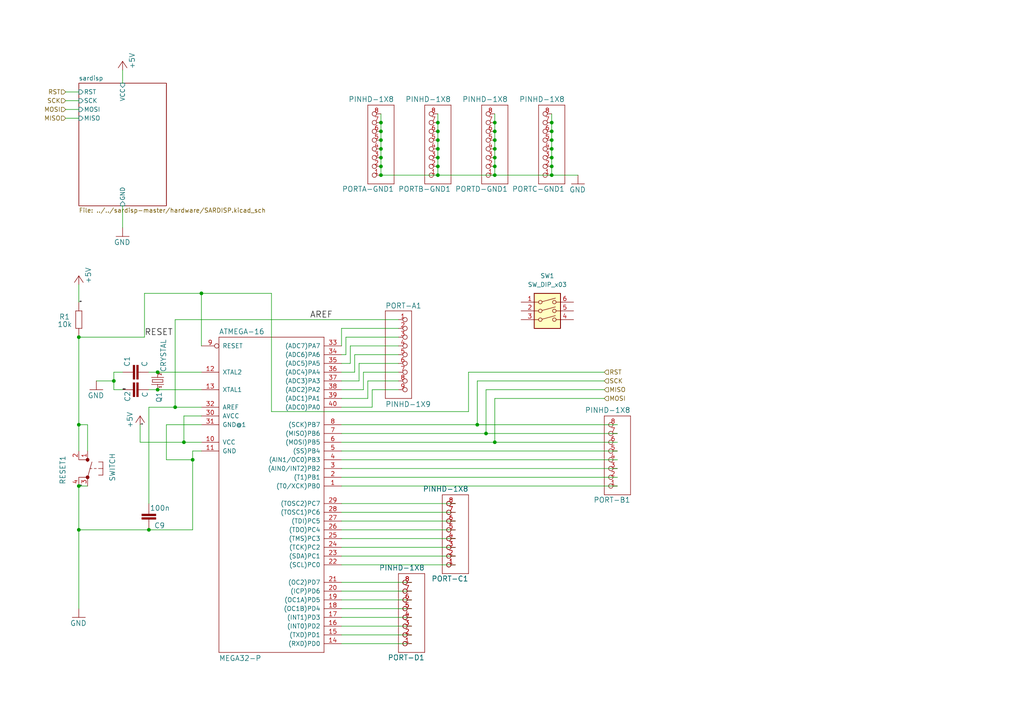
<source format=kicad_sch>
(kicad_sch
	(version 20231120)
	(generator "eeschema")
	(generator_version "8.0")
	(uuid "fb0d41c8-2528-431a-9706-954f67b72c21")
	(paper "A4")
	(title_block
		(title "Atmega 16 / 32 Development Board")
		(date "2024-04-18")
		(rev "V1.0")
		(company "badbyte.systems")
		(comment 1 "Open Source Hardware")
	)
	(lib_symbols
		(symbol "Atmega16-32_Development_Board-eagle-import:+5V"
			(power)
			(pin_names
				(offset 1.016)
			)
			(exclude_from_sim no)
			(in_bom yes)
			(on_board yes)
			(property "Reference" "#P+"
				(at 0 0 0)
				(effects
					(font
						(size 1.27 1.27)
					)
					(hide yes)
				)
			)
			(property "Value" "+5V"
				(at -2.54 -5.08 90)
				(effects
					(font
						(size 1.4986 1.4986)
					)
					(justify left bottom)
				)
			)
			(property "Footprint" ""
				(at 0 0 0)
				(effects
					(font
						(size 1.27 1.27)
					)
					(hide yes)
				)
			)
			(property "Datasheet" ""
				(at 0 0 0)
				(effects
					(font
						(size 1.27 1.27)
					)
					(hide yes)
				)
			)
			(property "Description" ""
				(at 0 0 0)
				(effects
					(font
						(size 1.27 1.27)
					)
					(hide yes)
				)
			)
			(property "ki_locked" ""
				(at 0 0 0)
				(effects
					(font
						(size 1.27 1.27)
					)
				)
			)
			(symbol "+5V_1_0"
				(polyline
					(pts
						(xy 0 0) (xy -1.27 -1.905)
					)
					(stroke
						(width 0)
						(type solid)
					)
					(fill
						(type none)
					)
				)
				(polyline
					(pts
						(xy 1.27 -1.905) (xy 0 0)
					)
					(stroke
						(width 0)
						(type solid)
					)
					(fill
						(type none)
					)
				)
				(pin power_in line
					(at 0 -2.54 90)
					(length 2.54)
					(name "+5V"
						(effects
							(font
								(size 0 0)
							)
						)
					)
					(number "1"
						(effects
							(font
								(size 0 0)
							)
						)
					)
				)
			)
		)
		(symbol "Atmega16-32_Development_Board-eagle-import:10-XX"
			(pin_names
				(offset 1.016)
			)
			(exclude_from_sim no)
			(in_bom yes)
			(on_board yes)
			(property "Reference" "S"
				(at -6.35 -2.54 90)
				(effects
					(font
						(size 1.4986 1.4986)
					)
					(justify left bottom)
				)
			)
			(property "Value" "10-XX"
				(at -3.81 3.175 90)
				(effects
					(font
						(size 1.4986 1.4986)
					)
					(justify left bottom)
				)
			)
			(property "Footprint" ""
				(at 0 0 0)
				(effects
					(font
						(size 1.27 1.27)
					)
					(hide yes)
				)
			)
			(property "Datasheet" ""
				(at 0 0 0)
				(effects
					(font
						(size 1.27 1.27)
					)
					(hide yes)
				)
			)
			(property "Description" ""
				(at 0 0 0)
				(effects
					(font
						(size 1.27 1.27)
					)
					(hide yes)
				)
			)
			(property "ki_locked" ""
				(at 0 0 0)
				(effects
					(font
						(size 1.27 1.27)
					)
				)
			)
			(symbol "10-XX_1_0"
				(circle
					(center 0 -2.54)
					(radius 0.127)
					(stroke
						(width 0.4064)
						(type solid)
					)
					(fill
						(type none)
					)
				)
				(polyline
					(pts
						(xy -4.445 -1.905) (xy -3.175 -1.905)
					)
					(stroke
						(width 0)
						(type solid)
					)
					(fill
						(type none)
					)
				)
				(polyline
					(pts
						(xy -4.445 0) (xy -4.445 -1.905)
					)
					(stroke
						(width 0)
						(type solid)
					)
					(fill
						(type none)
					)
				)
				(polyline
					(pts
						(xy -4.445 0) (xy -3.175 0)
					)
					(stroke
						(width 0)
						(type solid)
					)
					(fill
						(type none)
					)
				)
				(polyline
					(pts
						(xy -4.445 1.905) (xy -4.445 0)
					)
					(stroke
						(width 0)
						(type solid)
					)
					(fill
						(type none)
					)
				)
				(polyline
					(pts
						(xy -4.445 1.905) (xy -3.175 1.905)
					)
					(stroke
						(width 0)
						(type solid)
					)
					(fill
						(type none)
					)
				)
				(polyline
					(pts
						(xy -2.54 0) (xy -1.905 0)
					)
					(stroke
						(width 0)
						(type solid)
					)
					(fill
						(type none)
					)
				)
				(polyline
					(pts
						(xy -1.27 0) (xy -0.635 0)
					)
					(stroke
						(width 0)
						(type solid)
					)
					(fill
						(type none)
					)
				)
				(polyline
					(pts
						(xy 0 -2.54) (xy -1.27 1.905)
					)
					(stroke
						(width 0)
						(type solid)
					)
					(fill
						(type none)
					)
				)
				(polyline
					(pts
						(xy 0 1.905) (xy 0 2.54)
					)
					(stroke
						(width 0)
						(type solid)
					)
					(fill
						(type none)
					)
				)
				(polyline
					(pts
						(xy 2.54 -2.54) (xy 0 -2.54)
					)
					(stroke
						(width 0)
						(type solid)
					)
					(fill
						(type none)
					)
				)
				(polyline
					(pts
						(xy 2.54 2.54) (xy 0 2.54)
					)
					(stroke
						(width 0)
						(type solid)
					)
					(fill
						(type none)
					)
				)
				(circle
					(center 0 2.54)
					(radius 0.127)
					(stroke
						(width 0.4064)
						(type solid)
					)
					(fill
						(type none)
					)
				)
				(pin passive line
					(at 0 5.08 270)
					(length 2.54)
					(name "S"
						(effects
							(font
								(size 0 0)
							)
						)
					)
					(number "1"
						(effects
							(font
								(size 1.27 1.27)
							)
						)
					)
				)
				(pin passive line
					(at 2.54 5.08 270)
					(length 2.54)
					(name "S1"
						(effects
							(font
								(size 0 0)
							)
						)
					)
					(number "2"
						(effects
							(font
								(size 1.27 1.27)
							)
						)
					)
				)
				(pin passive line
					(at 0 -5.08 90)
					(length 2.54)
					(name "P"
						(effects
							(font
								(size 0 0)
							)
						)
					)
					(number "3"
						(effects
							(font
								(size 1.27 1.27)
							)
						)
					)
				)
				(pin passive line
					(at 2.54 -5.08 90)
					(length 2.54)
					(name "P1"
						(effects
							(font
								(size 0 0)
							)
						)
					)
					(number "4"
						(effects
							(font
								(size 1.27 1.27)
							)
						)
					)
				)
			)
		)
		(symbol "Atmega16-32_Development_Board-eagle-import:C-EU025-024X044"
			(pin_names
				(offset 1.016)
			)
			(exclude_from_sim no)
			(in_bom yes)
			(on_board yes)
			(property "Reference" "C"
				(at 1.524 0.381 0)
				(effects
					(font
						(size 1.4986 1.4986)
					)
					(justify left bottom)
				)
			)
			(property "Value" "C-EU025-024X044"
				(at 1.524 -4.699 0)
				(effects
					(font
						(size 1.4986 1.4986)
					)
					(justify left bottom)
				)
			)
			(property "Footprint" ""
				(at 0 0 0)
				(effects
					(font
						(size 1.27 1.27)
					)
					(hide yes)
				)
			)
			(property "Datasheet" ""
				(at 0 0 0)
				(effects
					(font
						(size 1.27 1.27)
					)
					(hide yes)
				)
			)
			(property "Description" ""
				(at 0 0 0)
				(effects
					(font
						(size 1.27 1.27)
					)
					(hide yes)
				)
			)
			(property "ki_locked" ""
				(at 0 0 0)
				(effects
					(font
						(size 1.27 1.27)
					)
				)
			)
			(symbol "C-EU025-024X044_1_0"
				(rectangle
					(start -2.032 -2.032)
					(end 2.032 -1.524)
					(stroke
						(width 0)
						(type solid)
					)
					(fill
						(type outline)
					)
				)
				(rectangle
					(start -2.032 -1.016)
					(end 2.032 -0.508)
					(stroke
						(width 0)
						(type solid)
					)
					(fill
						(type outline)
					)
				)
				(polyline
					(pts
						(xy 0 -2.54) (xy 0 -2.032)
					)
					(stroke
						(width 0)
						(type solid)
					)
					(fill
						(type none)
					)
				)
				(polyline
					(pts
						(xy 0 0) (xy 0 -0.508)
					)
					(stroke
						(width 0)
						(type solid)
					)
					(fill
						(type none)
					)
				)
				(pin passive line
					(at 0 2.54 270)
					(length 2.54)
					(name "1"
						(effects
							(font
								(size 0 0)
							)
						)
					)
					(number "1"
						(effects
							(font
								(size 0 0)
							)
						)
					)
				)
				(pin passive line
					(at 0 -5.08 90)
					(length 2.54)
					(name "2"
						(effects
							(font
								(size 0 0)
							)
						)
					)
					(number "2"
						(effects
							(font
								(size 0 0)
							)
						)
					)
				)
			)
		)
		(symbol "Atmega16-32_Development_Board-eagle-import:CRYSTALHC49U-V"
			(pin_names
				(offset 1.016)
			)
			(exclude_from_sim no)
			(in_bom yes)
			(on_board yes)
			(property "Reference" "Q"
				(at 2.54 1.016 0)
				(effects
					(font
						(size 1.4986 1.4986)
					)
					(justify left bottom)
				)
			)
			(property "Value" "CRYSTALHC49U-V"
				(at 2.54 -2.54 0)
				(effects
					(font
						(size 1.4986 1.4986)
					)
					(justify left bottom)
				)
			)
			(property "Footprint" ""
				(at 0 0 0)
				(effects
					(font
						(size 1.27 1.27)
					)
					(hide yes)
				)
			)
			(property "Datasheet" ""
				(at 0 0 0)
				(effects
					(font
						(size 1.27 1.27)
					)
					(hide yes)
				)
			)
			(property "Description" ""
				(at 0 0 0)
				(effects
					(font
						(size 1.27 1.27)
					)
					(hide yes)
				)
			)
			(property "ki_locked" ""
				(at 0 0 0)
				(effects
					(font
						(size 1.27 1.27)
					)
				)
			)
			(symbol "CRYSTALHC49U-V_1_0"
				(polyline
					(pts
						(xy -2.54 0) (xy -1.016 0)
					)
					(stroke
						(width 0)
						(type solid)
					)
					(fill
						(type none)
					)
				)
				(polyline
					(pts
						(xy -1.016 1.778) (xy -1.016 -1.778)
					)
					(stroke
						(width 0)
						(type solid)
					)
					(fill
						(type none)
					)
				)
				(polyline
					(pts
						(xy -0.381 -1.524) (xy 0.381 -1.524)
					)
					(stroke
						(width 0)
						(type solid)
					)
					(fill
						(type none)
					)
				)
				(polyline
					(pts
						(xy -0.381 1.524) (xy -0.381 -1.524)
					)
					(stroke
						(width 0)
						(type solid)
					)
					(fill
						(type none)
					)
				)
				(polyline
					(pts
						(xy 0.381 -1.524) (xy 0.381 1.524)
					)
					(stroke
						(width 0)
						(type solid)
					)
					(fill
						(type none)
					)
				)
				(polyline
					(pts
						(xy 0.381 1.524) (xy -0.381 1.524)
					)
					(stroke
						(width 0)
						(type solid)
					)
					(fill
						(type none)
					)
				)
				(polyline
					(pts
						(xy 1.016 0) (xy 2.54 0)
					)
					(stroke
						(width 0)
						(type solid)
					)
					(fill
						(type none)
					)
				)
				(polyline
					(pts
						(xy 1.016 1.778) (xy 1.016 -1.778)
					)
					(stroke
						(width 0)
						(type solid)
					)
					(fill
						(type none)
					)
				)
				(text "1"
					(at -2.159 -1.143 0)
					(effects
						(font
							(size 0.7112 0.7112)
						)
						(justify left bottom)
					)
				)
				(text "2"
					(at 1.524 -1.143 0)
					(effects
						(font
							(size 0.7112 0.7112)
						)
						(justify left bottom)
					)
				)
				(pin passive line
					(at -2.54 0 0)
					(length 0)
					(name "1"
						(effects
							(font
								(size 0 0)
							)
						)
					)
					(number "1"
						(effects
							(font
								(size 0 0)
							)
						)
					)
				)
				(pin passive line
					(at 2.54 0 180)
					(length 0)
					(name "2"
						(effects
							(font
								(size 0 0)
							)
						)
					)
					(number "2"
						(effects
							(font
								(size 0 0)
							)
						)
					)
				)
			)
		)
		(symbol "Atmega16-32_Development_Board-eagle-import:GND"
			(power)
			(pin_names
				(offset 1.016)
			)
			(exclude_from_sim no)
			(in_bom yes)
			(on_board yes)
			(property "Reference" "#GND"
				(at 0 0 0)
				(effects
					(font
						(size 1.27 1.27)
					)
					(hide yes)
				)
			)
			(property "Value" "GND"
				(at -2.54 -2.54 0)
				(effects
					(font
						(size 1.4986 1.4986)
					)
					(justify left bottom)
				)
			)
			(property "Footprint" ""
				(at 0 0 0)
				(effects
					(font
						(size 1.27 1.27)
					)
					(hide yes)
				)
			)
			(property "Datasheet" ""
				(at 0 0 0)
				(effects
					(font
						(size 1.27 1.27)
					)
					(hide yes)
				)
			)
			(property "Description" ""
				(at 0 0 0)
				(effects
					(font
						(size 1.27 1.27)
					)
					(hide yes)
				)
			)
			(property "ki_locked" ""
				(at 0 0 0)
				(effects
					(font
						(size 1.27 1.27)
					)
				)
			)
			(symbol "GND_1_0"
				(polyline
					(pts
						(xy -1.905 0) (xy 1.905 0)
					)
					(stroke
						(width 0)
						(type solid)
					)
					(fill
						(type none)
					)
				)
				(pin power_in line
					(at 0 2.54 270)
					(length 2.54)
					(name "GND"
						(effects
							(font
								(size 0 0)
							)
						)
					)
					(number "1"
						(effects
							(font
								(size 0 0)
							)
						)
					)
				)
			)
		)
		(symbol "Atmega16-32_Development_Board-eagle-import:MEGA32-P"
			(pin_names
				(offset 1.016)
			)
			(exclude_from_sim no)
			(in_bom yes)
			(on_board yes)
			(property "Reference" "IC"
				(at -15.24 46.482 0)
				(effects
					(font
						(size 1.4986 1.4986)
					)
					(justify left bottom)
				)
			)
			(property "Value" "MEGA32-P"
				(at -15.24 -48.26 0)
				(effects
					(font
						(size 1.4986 1.4986)
					)
					(justify left bottom)
				)
			)
			(property "Footprint" ""
				(at 0 0 0)
				(effects
					(font
						(size 1.27 1.27)
					)
					(hide yes)
				)
			)
			(property "Datasheet" ""
				(at 0 0 0)
				(effects
					(font
						(size 1.27 1.27)
					)
					(hide yes)
				)
			)
			(property "Description" ""
				(at 0 0 0)
				(effects
					(font
						(size 1.27 1.27)
					)
					(hide yes)
				)
			)
			(property "ki_locked" ""
				(at 0 0 0)
				(effects
					(font
						(size 1.27 1.27)
					)
				)
			)
			(symbol "MEGA32-P_1_0"
				(polyline
					(pts
						(xy -15.24 -45.72) (xy -15.24 45.72)
					)
					(stroke
						(width 0)
						(type solid)
					)
					(fill
						(type none)
					)
				)
				(polyline
					(pts
						(xy -15.24 45.72) (xy 15.24 45.72)
					)
					(stroke
						(width 0)
						(type solid)
					)
					(fill
						(type none)
					)
				)
				(polyline
					(pts
						(xy 15.24 -45.72) (xy -15.24 -45.72)
					)
					(stroke
						(width 0)
						(type solid)
					)
					(fill
						(type none)
					)
				)
				(polyline
					(pts
						(xy 15.24 45.72) (xy 15.24 -45.72)
					)
					(stroke
						(width 0)
						(type solid)
					)
					(fill
						(type none)
					)
				)
				(pin unspecified line
					(at 20.32 2.54 180)
					(length 5.08)
					(name "(T0/XCK)PB0"
						(effects
							(font
								(size 1.27 1.27)
							)
						)
					)
					(number "1"
						(effects
							(font
								(size 1.27 1.27)
							)
						)
					)
				)
				(pin power_in line
					(at -20.32 15.24 0)
					(length 5.08)
					(name "VCC"
						(effects
							(font
								(size 1.27 1.27)
							)
						)
					)
					(number "10"
						(effects
							(font
								(size 1.27 1.27)
							)
						)
					)
				)
				(pin power_in line
					(at -20.32 12.7 0)
					(length 5.08)
					(name "GND"
						(effects
							(font
								(size 1.27 1.27)
							)
						)
					)
					(number "11"
						(effects
							(font
								(size 1.27 1.27)
							)
						)
					)
				)
				(pin unspecified line
					(at -20.32 35.56 0)
					(length 5.08)
					(name "XTAL2"
						(effects
							(font
								(size 1.27 1.27)
							)
						)
					)
					(number "12"
						(effects
							(font
								(size 1.27 1.27)
							)
						)
					)
				)
				(pin unspecified line
					(at -20.32 30.48 0)
					(length 5.08)
					(name "XTAL1"
						(effects
							(font
								(size 1.27 1.27)
							)
						)
					)
					(number "13"
						(effects
							(font
								(size 1.27 1.27)
							)
						)
					)
				)
				(pin unspecified line
					(at 20.32 -43.18 180)
					(length 5.08)
					(name "(RXD)PD0"
						(effects
							(font
								(size 1.27 1.27)
							)
						)
					)
					(number "14"
						(effects
							(font
								(size 1.27 1.27)
							)
						)
					)
				)
				(pin unspecified line
					(at 20.32 -40.64 180)
					(length 5.08)
					(name "(TXD)PD1"
						(effects
							(font
								(size 1.27 1.27)
							)
						)
					)
					(number "15"
						(effects
							(font
								(size 1.27 1.27)
							)
						)
					)
				)
				(pin unspecified line
					(at 20.32 -38.1 180)
					(length 5.08)
					(name "(INT0)PD2"
						(effects
							(font
								(size 1.27 1.27)
							)
						)
					)
					(number "16"
						(effects
							(font
								(size 1.27 1.27)
							)
						)
					)
				)
				(pin unspecified line
					(at 20.32 -35.56 180)
					(length 5.08)
					(name "(INT1)PD3"
						(effects
							(font
								(size 1.27 1.27)
							)
						)
					)
					(number "17"
						(effects
							(font
								(size 1.27 1.27)
							)
						)
					)
				)
				(pin unspecified line
					(at 20.32 -33.02 180)
					(length 5.08)
					(name "(OC1B)PD4"
						(effects
							(font
								(size 1.27 1.27)
							)
						)
					)
					(number "18"
						(effects
							(font
								(size 1.27 1.27)
							)
						)
					)
				)
				(pin unspecified line
					(at 20.32 -30.48 180)
					(length 5.08)
					(name "(OC1A)PD5"
						(effects
							(font
								(size 1.27 1.27)
							)
						)
					)
					(number "19"
						(effects
							(font
								(size 1.27 1.27)
							)
						)
					)
				)
				(pin unspecified line
					(at 20.32 5.08 180)
					(length 5.08)
					(name "(T1)PB1"
						(effects
							(font
								(size 1.27 1.27)
							)
						)
					)
					(number "2"
						(effects
							(font
								(size 1.27 1.27)
							)
						)
					)
				)
				(pin unspecified line
					(at 20.32 -27.94 180)
					(length 5.08)
					(name "(ICP)PD6"
						(effects
							(font
								(size 1.27 1.27)
							)
						)
					)
					(number "20"
						(effects
							(font
								(size 1.27 1.27)
							)
						)
					)
				)
				(pin unspecified line
					(at 20.32 -25.4 180)
					(length 5.08)
					(name "(OC2)PD7"
						(effects
							(font
								(size 1.27 1.27)
							)
						)
					)
					(number "21"
						(effects
							(font
								(size 1.27 1.27)
							)
						)
					)
				)
				(pin unspecified line
					(at 20.32 -20.32 180)
					(length 5.08)
					(name "(SCL)PC0"
						(effects
							(font
								(size 1.27 1.27)
							)
						)
					)
					(number "22"
						(effects
							(font
								(size 1.27 1.27)
							)
						)
					)
				)
				(pin unspecified line
					(at 20.32 -17.78 180)
					(length 5.08)
					(name "(SDA)PC1"
						(effects
							(font
								(size 1.27 1.27)
							)
						)
					)
					(number "23"
						(effects
							(font
								(size 1.27 1.27)
							)
						)
					)
				)
				(pin unspecified line
					(at 20.32 -15.24 180)
					(length 5.08)
					(name "(TCK)PC2"
						(effects
							(font
								(size 1.27 1.27)
							)
						)
					)
					(number "24"
						(effects
							(font
								(size 1.27 1.27)
							)
						)
					)
				)
				(pin unspecified line
					(at 20.32 -12.7 180)
					(length 5.08)
					(name "(TMS)PC3"
						(effects
							(font
								(size 1.27 1.27)
							)
						)
					)
					(number "25"
						(effects
							(font
								(size 1.27 1.27)
							)
						)
					)
				)
				(pin unspecified line
					(at 20.32 -10.16 180)
					(length 5.08)
					(name "(TDO)PC4"
						(effects
							(font
								(size 1.27 1.27)
							)
						)
					)
					(number "26"
						(effects
							(font
								(size 1.27 1.27)
							)
						)
					)
				)
				(pin unspecified line
					(at 20.32 -7.62 180)
					(length 5.08)
					(name "(TDI)PC5"
						(effects
							(font
								(size 1.27 1.27)
							)
						)
					)
					(number "27"
						(effects
							(font
								(size 1.27 1.27)
							)
						)
					)
				)
				(pin unspecified line
					(at 20.32 -5.08 180)
					(length 5.08)
					(name "(TOSC1)PC6"
						(effects
							(font
								(size 1.27 1.27)
							)
						)
					)
					(number "28"
						(effects
							(font
								(size 1.27 1.27)
							)
						)
					)
				)
				(pin unspecified line
					(at 20.32 -2.54 180)
					(length 5.08)
					(name "(TOSC2)PC7"
						(effects
							(font
								(size 1.27 1.27)
							)
						)
					)
					(number "29"
						(effects
							(font
								(size 1.27 1.27)
							)
						)
					)
				)
				(pin unspecified line
					(at 20.32 7.62 180)
					(length 5.08)
					(name "(AIN0/INT2)PB2"
						(effects
							(font
								(size 1.27 1.27)
							)
						)
					)
					(number "3"
						(effects
							(font
								(size 1.27 1.27)
							)
						)
					)
				)
				(pin power_in line
					(at -20.32 22.86 0)
					(length 5.08)
					(name "AVCC"
						(effects
							(font
								(size 1.27 1.27)
							)
						)
					)
					(number "30"
						(effects
							(font
								(size 1.27 1.27)
							)
						)
					)
				)
				(pin power_in line
					(at -20.32 20.32 0)
					(length 5.08)
					(name "GND@1"
						(effects
							(font
								(size 1.27 1.27)
							)
						)
					)
					(number "31"
						(effects
							(font
								(size 1.27 1.27)
							)
						)
					)
				)
				(pin passive line
					(at -20.32 25.4 0)
					(length 5.08)
					(name "AREF"
						(effects
							(font
								(size 1.27 1.27)
							)
						)
					)
					(number "32"
						(effects
							(font
								(size 1.27 1.27)
							)
						)
					)
				)
				(pin unspecified line
					(at 20.32 43.18 180)
					(length 5.08)
					(name "(ADC7)PA7"
						(effects
							(font
								(size 1.27 1.27)
							)
						)
					)
					(number "33"
						(effects
							(font
								(size 1.27 1.27)
							)
						)
					)
				)
				(pin unspecified line
					(at 20.32 40.64 180)
					(length 5.08)
					(name "(ADC6)PA6"
						(effects
							(font
								(size 1.27 1.27)
							)
						)
					)
					(number "34"
						(effects
							(font
								(size 1.27 1.27)
							)
						)
					)
				)
				(pin unspecified line
					(at 20.32 38.1 180)
					(length 5.08)
					(name "(ADC5)PA5"
						(effects
							(font
								(size 1.27 1.27)
							)
						)
					)
					(number "35"
						(effects
							(font
								(size 1.27 1.27)
							)
						)
					)
				)
				(pin unspecified line
					(at 20.32 35.56 180)
					(length 5.08)
					(name "(ADC4)PA4"
						(effects
							(font
								(size 1.27 1.27)
							)
						)
					)
					(number "36"
						(effects
							(font
								(size 1.27 1.27)
							)
						)
					)
				)
				(pin unspecified line
					(at 20.32 33.02 180)
					(length 5.08)
					(name "(ADC3)PA3"
						(effects
							(font
								(size 1.27 1.27)
							)
						)
					)
					(number "37"
						(effects
							(font
								(size 1.27 1.27)
							)
						)
					)
				)
				(pin unspecified line
					(at 20.32 30.48 180)
					(length 5.08)
					(name "(ADC2)PA2"
						(effects
							(font
								(size 1.27 1.27)
							)
						)
					)
					(number "38"
						(effects
							(font
								(size 1.27 1.27)
							)
						)
					)
				)
				(pin unspecified line
					(at 20.32 27.94 180)
					(length 5.08)
					(name "(ADC1)PA1"
						(effects
							(font
								(size 1.27 1.27)
							)
						)
					)
					(number "39"
						(effects
							(font
								(size 1.27 1.27)
							)
						)
					)
				)
				(pin unspecified line
					(at 20.32 10.16 180)
					(length 5.08)
					(name "(AIN1/OC0)PB3"
						(effects
							(font
								(size 1.27 1.27)
							)
						)
					)
					(number "4"
						(effects
							(font
								(size 1.27 1.27)
							)
						)
					)
				)
				(pin unspecified line
					(at 20.32 25.4 180)
					(length 5.08)
					(name "(ADC0)PA0"
						(effects
							(font
								(size 1.27 1.27)
							)
						)
					)
					(number "40"
						(effects
							(font
								(size 1.27 1.27)
							)
						)
					)
				)
				(pin unspecified line
					(at 20.32 12.7 180)
					(length 5.08)
					(name "(SS)PB4"
						(effects
							(font
								(size 1.27 1.27)
							)
						)
					)
					(number "5"
						(effects
							(font
								(size 1.27 1.27)
							)
						)
					)
				)
				(pin unspecified line
					(at 20.32 15.24 180)
					(length 5.08)
					(name "(MOSI)PB5"
						(effects
							(font
								(size 1.27 1.27)
							)
						)
					)
					(number "6"
						(effects
							(font
								(size 1.27 1.27)
							)
						)
					)
				)
				(pin unspecified line
					(at 20.32 17.78 180)
					(length 5.08)
					(name "(MISO)PB6"
						(effects
							(font
								(size 1.27 1.27)
							)
						)
					)
					(number "7"
						(effects
							(font
								(size 1.27 1.27)
							)
						)
					)
				)
				(pin unspecified line
					(at 20.32 20.32 180)
					(length 5.08)
					(name "(SCK)PB7"
						(effects
							(font
								(size 1.27 1.27)
							)
						)
					)
					(number "8"
						(effects
							(font
								(size 1.27 1.27)
							)
						)
					)
				)
				(pin input inverted
					(at -20.32 43.18 0)
					(length 5.08)
					(name "RESET"
						(effects
							(font
								(size 1.27 1.27)
							)
						)
					)
					(number "9"
						(effects
							(font
								(size 1.27 1.27)
							)
						)
					)
				)
			)
		)
		(symbol "Atmega16-32_Development_Board-eagle-import:PINHD-1X8"
			(pin_names
				(offset 1.016)
			)
			(exclude_from_sim no)
			(in_bom yes)
			(on_board yes)
			(property "Reference" "JP"
				(at -6.35 13.335 0)
				(effects
					(font
						(size 1.4986 1.4986)
					)
					(justify left bottom)
				)
			)
			(property "Value" "PINHD-1X8"
				(at -6.35 -12.7 0)
				(effects
					(font
						(size 1.4986 1.4986)
					)
					(justify left bottom)
				)
			)
			(property "Footprint" ""
				(at 0 0 0)
				(effects
					(font
						(size 1.27 1.27)
					)
					(hide yes)
				)
			)
			(property "Datasheet" ""
				(at 0 0 0)
				(effects
					(font
						(size 1.27 1.27)
					)
					(hide yes)
				)
			)
			(property "Description" ""
				(at 0 0 0)
				(effects
					(font
						(size 1.27 1.27)
					)
					(hide yes)
				)
			)
			(property "ki_locked" ""
				(at 0 0 0)
				(effects
					(font
						(size 1.27 1.27)
					)
				)
			)
			(symbol "PINHD-1X8_1_0"
				(polyline
					(pts
						(xy -6.35 -10.16) (xy 1.27 -10.16)
					)
					(stroke
						(width 0)
						(type solid)
					)
					(fill
						(type none)
					)
				)
				(polyline
					(pts
						(xy -6.35 12.7) (xy -6.35 -10.16)
					)
					(stroke
						(width 0)
						(type solid)
					)
					(fill
						(type none)
					)
				)
				(polyline
					(pts
						(xy 1.27 -10.16) (xy 1.27 12.7)
					)
					(stroke
						(width 0)
						(type solid)
					)
					(fill
						(type none)
					)
				)
				(polyline
					(pts
						(xy 1.27 12.7) (xy -6.35 12.7)
					)
					(stroke
						(width 0)
						(type solid)
					)
					(fill
						(type none)
					)
				)
				(pin passive inverted
					(at -2.54 10.16 0)
					(length 2.54)
					(name "1"
						(effects
							(font
								(size 0 0)
							)
						)
					)
					(number "1"
						(effects
							(font
								(size 1.27 1.27)
							)
						)
					)
				)
				(pin passive inverted
					(at -2.54 7.62 0)
					(length 2.54)
					(name "2"
						(effects
							(font
								(size 0 0)
							)
						)
					)
					(number "2"
						(effects
							(font
								(size 1.27 1.27)
							)
						)
					)
				)
				(pin passive inverted
					(at -2.54 5.08 0)
					(length 2.54)
					(name "3"
						(effects
							(font
								(size 0 0)
							)
						)
					)
					(number "3"
						(effects
							(font
								(size 1.27 1.27)
							)
						)
					)
				)
				(pin passive inverted
					(at -2.54 2.54 0)
					(length 2.54)
					(name "4"
						(effects
							(font
								(size 0 0)
							)
						)
					)
					(number "4"
						(effects
							(font
								(size 1.27 1.27)
							)
						)
					)
				)
				(pin passive inverted
					(at -2.54 0 0)
					(length 2.54)
					(name "5"
						(effects
							(font
								(size 0 0)
							)
						)
					)
					(number "5"
						(effects
							(font
								(size 1.27 1.27)
							)
						)
					)
				)
				(pin passive inverted
					(at -2.54 -2.54 0)
					(length 2.54)
					(name "6"
						(effects
							(font
								(size 0 0)
							)
						)
					)
					(number "6"
						(effects
							(font
								(size 1.27 1.27)
							)
						)
					)
				)
				(pin passive inverted
					(at -2.54 -5.08 0)
					(length 2.54)
					(name "7"
						(effects
							(font
								(size 0 0)
							)
						)
					)
					(number "7"
						(effects
							(font
								(size 1.27 1.27)
							)
						)
					)
				)
				(pin passive inverted
					(at -2.54 -7.62 0)
					(length 2.54)
					(name "8"
						(effects
							(font
								(size 0 0)
							)
						)
					)
					(number "8"
						(effects
							(font
								(size 1.27 1.27)
							)
						)
					)
				)
			)
		)
		(symbol "Atmega16-32_Development_Board-eagle-import:PINHD-1X9"
			(pin_names
				(offset 1.016)
			)
			(exclude_from_sim no)
			(in_bom yes)
			(on_board yes)
			(property "Reference" "JP"
				(at -6.35 13.335 0)
				(effects
					(font
						(size 1.4986 1.4986)
					)
					(justify left bottom)
				)
			)
			(property "Value" "PINHD-1X9"
				(at -6.35 -15.24 0)
				(effects
					(font
						(size 1.4986 1.4986)
					)
					(justify left bottom)
				)
			)
			(property "Footprint" ""
				(at 0 0 0)
				(effects
					(font
						(size 1.27 1.27)
					)
					(hide yes)
				)
			)
			(property "Datasheet" ""
				(at 0 0 0)
				(effects
					(font
						(size 1.27 1.27)
					)
					(hide yes)
				)
			)
			(property "Description" ""
				(at 0 0 0)
				(effects
					(font
						(size 1.27 1.27)
					)
					(hide yes)
				)
			)
			(property "ki_locked" ""
				(at 0 0 0)
				(effects
					(font
						(size 1.27 1.27)
					)
				)
			)
			(symbol "PINHD-1X9_1_0"
				(polyline
					(pts
						(xy -6.35 -12.7) (xy 1.27 -12.7)
					)
					(stroke
						(width 0)
						(type solid)
					)
					(fill
						(type none)
					)
				)
				(polyline
					(pts
						(xy -6.35 12.7) (xy -6.35 -12.7)
					)
					(stroke
						(width 0)
						(type solid)
					)
					(fill
						(type none)
					)
				)
				(polyline
					(pts
						(xy 1.27 -12.7) (xy 1.27 12.7)
					)
					(stroke
						(width 0)
						(type solid)
					)
					(fill
						(type none)
					)
				)
				(polyline
					(pts
						(xy 1.27 12.7) (xy -6.35 12.7)
					)
					(stroke
						(width 0)
						(type solid)
					)
					(fill
						(type none)
					)
				)
				(pin passive inverted
					(at -2.54 10.16 0)
					(length 2.54)
					(name "1"
						(effects
							(font
								(size 0 0)
							)
						)
					)
					(number "1"
						(effects
							(font
								(size 1.27 1.27)
							)
						)
					)
				)
				(pin passive inverted
					(at -2.54 7.62 0)
					(length 2.54)
					(name "2"
						(effects
							(font
								(size 0 0)
							)
						)
					)
					(number "2"
						(effects
							(font
								(size 1.27 1.27)
							)
						)
					)
				)
				(pin passive inverted
					(at -2.54 5.08 0)
					(length 2.54)
					(name "3"
						(effects
							(font
								(size 0 0)
							)
						)
					)
					(number "3"
						(effects
							(font
								(size 1.27 1.27)
							)
						)
					)
				)
				(pin passive inverted
					(at -2.54 2.54 0)
					(length 2.54)
					(name "4"
						(effects
							(font
								(size 0 0)
							)
						)
					)
					(number "4"
						(effects
							(font
								(size 1.27 1.27)
							)
						)
					)
				)
				(pin passive inverted
					(at -2.54 0 0)
					(length 2.54)
					(name "5"
						(effects
							(font
								(size 0 0)
							)
						)
					)
					(number "5"
						(effects
							(font
								(size 1.27 1.27)
							)
						)
					)
				)
				(pin passive inverted
					(at -2.54 -2.54 0)
					(length 2.54)
					(name "6"
						(effects
							(font
								(size 0 0)
							)
						)
					)
					(number "6"
						(effects
							(font
								(size 1.27 1.27)
							)
						)
					)
				)
				(pin passive inverted
					(at -2.54 -5.08 0)
					(length 2.54)
					(name "7"
						(effects
							(font
								(size 0 0)
							)
						)
					)
					(number "7"
						(effects
							(font
								(size 1.27 1.27)
							)
						)
					)
				)
				(pin passive inverted
					(at -2.54 -7.62 0)
					(length 2.54)
					(name "8"
						(effects
							(font
								(size 0 0)
							)
						)
					)
					(number "8"
						(effects
							(font
								(size 1.27 1.27)
							)
						)
					)
				)
				(pin passive inverted
					(at -2.54 -10.16 0)
					(length 2.54)
					(name "9"
						(effects
							(font
								(size 0 0)
							)
						)
					)
					(number "9"
						(effects
							(font
								(size 1.27 1.27)
							)
						)
					)
				)
			)
		)
		(symbol "Atmega16-32_Development_Board-eagle-import:R-EU_0204_7"
			(pin_names
				(offset 1.016)
			)
			(exclude_from_sim no)
			(in_bom yes)
			(on_board yes)
			(property "Reference" "R"
				(at -3.81 1.4986 0)
				(effects
					(font
						(size 1.4986 1.4986)
					)
					(justify left bottom)
				)
			)
			(property "Value" "R-EU_0204_7"
				(at -3.81 -3.302 0)
				(effects
					(font
						(size 1.4986 1.4986)
					)
					(justify left bottom)
				)
			)
			(property "Footprint" ""
				(at 0 0 0)
				(effects
					(font
						(size 1.27 1.27)
					)
					(hide yes)
				)
			)
			(property "Datasheet" ""
				(at 0 0 0)
				(effects
					(font
						(size 1.27 1.27)
					)
					(hide yes)
				)
			)
			(property "Description" ""
				(at 0 0 0)
				(effects
					(font
						(size 1.27 1.27)
					)
					(hide yes)
				)
			)
			(property "ki_locked" ""
				(at 0 0 0)
				(effects
					(font
						(size 1.27 1.27)
					)
				)
			)
			(symbol "R-EU_0204_7_1_0"
				(polyline
					(pts
						(xy -2.54 -0.889) (xy -2.54 0.889)
					)
					(stroke
						(width 0)
						(type solid)
					)
					(fill
						(type none)
					)
				)
				(polyline
					(pts
						(xy -2.54 -0.889) (xy 2.54 -0.889)
					)
					(stroke
						(width 0)
						(type solid)
					)
					(fill
						(type none)
					)
				)
				(polyline
					(pts
						(xy 2.54 -0.889) (xy 2.54 0.889)
					)
					(stroke
						(width 0)
						(type solid)
					)
					(fill
						(type none)
					)
				)
				(polyline
					(pts
						(xy 2.54 0.889) (xy -2.54 0.889)
					)
					(stroke
						(width 0)
						(type solid)
					)
					(fill
						(type none)
					)
				)
				(pin passive line
					(at -5.08 0 0)
					(length 2.54)
					(name "1"
						(effects
							(font
								(size 0 0)
							)
						)
					)
					(number "1"
						(effects
							(font
								(size 0 0)
							)
						)
					)
				)
				(pin passive line
					(at 5.08 0 180)
					(length 2.54)
					(name "2"
						(effects
							(font
								(size 0 0)
							)
						)
					)
					(number "2"
						(effects
							(font
								(size 0 0)
							)
						)
					)
				)
			)
		)
		(symbol "Switch:SW_DIP_x03"
			(pin_names
				(offset 0) hide)
			(exclude_from_sim no)
			(in_bom yes)
			(on_board yes)
			(property "Reference" "SW"
				(at 0 6.35 0)
				(effects
					(font
						(size 1.27 1.27)
					)
				)
			)
			(property "Value" "SW_DIP_x03"
				(at 0 -6.35 0)
				(effects
					(font
						(size 1.27 1.27)
					)
				)
			)
			(property "Footprint" ""
				(at 0 -2.54 0)
				(effects
					(font
						(size 1.27 1.27)
					)
					(hide yes)
				)
			)
			(property "Datasheet" "~"
				(at 0 -2.54 0)
				(effects
					(font
						(size 1.27 1.27)
					)
					(hide yes)
				)
			)
			(property "Description" "3x DIP Switch, Single Pole Single Throw (SPST) switch, small symbol"
				(at 0 0 0)
				(effects
					(font
						(size 1.27 1.27)
					)
					(hide yes)
				)
			)
			(property "ki_keywords" "dip switch"
				(at 0 0 0)
				(effects
					(font
						(size 1.27 1.27)
					)
					(hide yes)
				)
			)
			(property "ki_fp_filters" "SW?DIP?x3*"
				(at 0 0 0)
				(effects
					(font
						(size 1.27 1.27)
					)
					(hide yes)
				)
			)
			(symbol "SW_DIP_x03_0_0"
				(circle
					(center -2.032 -2.54)
					(radius 0.508)
					(stroke
						(width 0)
						(type default)
					)
					(fill
						(type none)
					)
				)
				(circle
					(center -2.032 0)
					(radius 0.508)
					(stroke
						(width 0)
						(type default)
					)
					(fill
						(type none)
					)
				)
				(circle
					(center -2.032 2.54)
					(radius 0.508)
					(stroke
						(width 0)
						(type default)
					)
					(fill
						(type none)
					)
				)
				(polyline
					(pts
						(xy -1.524 -2.413) (xy 2.3622 -1.3716)
					)
					(stroke
						(width 0)
						(type default)
					)
					(fill
						(type none)
					)
				)
				(polyline
					(pts
						(xy -1.524 0.127) (xy 2.3622 1.1684)
					)
					(stroke
						(width 0)
						(type default)
					)
					(fill
						(type none)
					)
				)
				(polyline
					(pts
						(xy -1.524 2.667) (xy 2.3622 3.7084)
					)
					(stroke
						(width 0)
						(type default)
					)
					(fill
						(type none)
					)
				)
				(circle
					(center 2.032 -2.54)
					(radius 0.508)
					(stroke
						(width 0)
						(type default)
					)
					(fill
						(type none)
					)
				)
				(circle
					(center 2.032 0)
					(radius 0.508)
					(stroke
						(width 0)
						(type default)
					)
					(fill
						(type none)
					)
				)
				(circle
					(center 2.032 2.54)
					(radius 0.508)
					(stroke
						(width 0)
						(type default)
					)
					(fill
						(type none)
					)
				)
			)
			(symbol "SW_DIP_x03_0_1"
				(rectangle
					(start -3.81 5.08)
					(end 3.81 -5.08)
					(stroke
						(width 0.254)
						(type default)
					)
					(fill
						(type background)
					)
				)
			)
			(symbol "SW_DIP_x03_1_1"
				(pin passive line
					(at -7.62 2.54 0)
					(length 5.08)
					(name "~"
						(effects
							(font
								(size 1.27 1.27)
							)
						)
					)
					(number "1"
						(effects
							(font
								(size 1.27 1.27)
							)
						)
					)
				)
				(pin passive line
					(at -7.62 0 0)
					(length 5.08)
					(name "~"
						(effects
							(font
								(size 1.27 1.27)
							)
						)
					)
					(number "2"
						(effects
							(font
								(size 1.27 1.27)
							)
						)
					)
				)
				(pin passive line
					(at -7.62 -2.54 0)
					(length 5.08)
					(name "~"
						(effects
							(font
								(size 1.27 1.27)
							)
						)
					)
					(number "3"
						(effects
							(font
								(size 1.27 1.27)
							)
						)
					)
				)
				(pin passive line
					(at 7.62 -2.54 180)
					(length 5.08)
					(name "~"
						(effects
							(font
								(size 1.27 1.27)
							)
						)
					)
					(number "4"
						(effects
							(font
								(size 1.27 1.27)
							)
						)
					)
				)
				(pin passive line
					(at 7.62 0 180)
					(length 5.08)
					(name "~"
						(effects
							(font
								(size 1.27 1.27)
							)
						)
					)
					(number "5"
						(effects
							(font
								(size 1.27 1.27)
							)
						)
					)
				)
				(pin passive line
					(at 7.62 2.54 180)
					(length 5.08)
					(name "~"
						(effects
							(font
								(size 1.27 1.27)
							)
						)
					)
					(number "6"
						(effects
							(font
								(size 1.27 1.27)
							)
						)
					)
				)
			)
		)
	)
	(junction
		(at 160.02 48.26)
		(diameter 0)
		(color 0 0 0 0)
		(uuid "07fc9a65-84f7-4793-8f8f-88f555e7b6e4")
	)
	(junction
		(at 22.86 153.67)
		(diameter 0)
		(color 0 0 0 0)
		(uuid "0d622709-0bb2-4cba-951b-55f2aed7e8f1")
	)
	(junction
		(at 127 35.56)
		(diameter 0)
		(color 0 0 0 0)
		(uuid "187efb1f-2cf8-4891-863b-595dbeb59081")
	)
	(junction
		(at 110.49 48.26)
		(diameter 0)
		(color 0 0 0 0)
		(uuid "2c884edb-01a8-417a-b03c-c807d08b270f")
	)
	(junction
		(at 43.18 153.67)
		(diameter 0)
		(color 0 0 0 0)
		(uuid "3b6ea0fb-5c27-4cd9-a1af-3639e68d500d")
	)
	(junction
		(at 45.72 113.03)
		(diameter 0)
		(color 0 0 0 0)
		(uuid "42f1949b-220c-4f41-9510-a56ce57a55aa")
	)
	(junction
		(at 127 40.64)
		(diameter 0)
		(color 0 0 0 0)
		(uuid "4e0aa010-b70b-4a19-87f5-8266a0748f11")
	)
	(junction
		(at 143.51 38.1)
		(diameter 0)
		(color 0 0 0 0)
		(uuid "4ff345e8-025c-406e-9972-e18693b4a120")
	)
	(junction
		(at 140.97 125.73)
		(diameter 0)
		(color 0 0 0 0)
		(uuid "59d5d25f-7858-4a7b-b6e3-996cf0fb3398")
	)
	(junction
		(at 138.43 123.19)
		(diameter 0)
		(color 0 0 0 0)
		(uuid "64aab608-23ae-4b29-99c3-bd8045e66c6c")
	)
	(junction
		(at 22.86 140.97)
		(diameter 0)
		(color 0 0 0 0)
		(uuid "6b102ebf-08d8-404a-a019-ecc22f105156")
	)
	(junction
		(at 143.51 45.72)
		(diameter 0)
		(color 0 0 0 0)
		(uuid "6f3cd3a8-7d3d-4abd-8318-746a9bc98de8")
	)
	(junction
		(at 110.49 43.18)
		(diameter 0)
		(color 0 0 0 0)
		(uuid "77df29b3-eea5-4c10-b925-63fbf7f3bd8f")
	)
	(junction
		(at 160.02 35.56)
		(diameter 0)
		(color 0 0 0 0)
		(uuid "78f4d96a-a096-4e68-9fd1-0021748b2596")
	)
	(junction
		(at 127 38.1)
		(diameter 0)
		(color 0 0 0 0)
		(uuid "79231369-8922-4924-99bb-1b2b9d90d58a")
	)
	(junction
		(at 127 48.26)
		(diameter 0)
		(color 0 0 0 0)
		(uuid "7a1f12a2-b608-40dd-9b50-ced1bd516a4d")
	)
	(junction
		(at 110.49 50.8)
		(diameter 0)
		(color 0 0 0 0)
		(uuid "7df7fe85-8c44-4b22-a9f2-d806f42c9131")
	)
	(junction
		(at 22.86 97.79)
		(diameter 0)
		(color 0 0 0 0)
		(uuid "7e374da9-c2cb-4972-8912-0d8798a2f5df")
	)
	(junction
		(at 110.49 40.64)
		(diameter 0)
		(color 0 0 0 0)
		(uuid "816ef529-b4a6-48e7-ba4d-7f2555b7975e")
	)
	(junction
		(at 143.51 128.27)
		(diameter 0)
		(color 0 0 0 0)
		(uuid "86c2c605-1bf4-476d-a032-7515a739e2d3")
	)
	(junction
		(at 22.86 123.19)
		(diameter 0)
		(color 0 0 0 0)
		(uuid "86eafdfd-6764-4194-b7e4-065437497467")
	)
	(junction
		(at 160.02 43.18)
		(diameter 0)
		(color 0 0 0 0)
		(uuid "8c09d3df-220a-48ce-8cae-9c7f3fb24135")
	)
	(junction
		(at 53.34 128.27)
		(diameter 0)
		(color 0 0 0 0)
		(uuid "9345254f-5bd4-41e4-81ab-04a5e543aaa3")
	)
	(junction
		(at 143.51 40.64)
		(diameter 0)
		(color 0 0 0 0)
		(uuid "97705437-363d-4e15-8c93-022b93cd4edf")
	)
	(junction
		(at 160.02 45.72)
		(diameter 0)
		(color 0 0 0 0)
		(uuid "9c1c99b6-5107-4aad-8f6d-cfea725b7fbf")
	)
	(junction
		(at 143.51 35.56)
		(diameter 0)
		(color 0 0 0 0)
		(uuid "a6f923b8-d001-4213-b6ef-f506fdd5a696")
	)
	(junction
		(at 33.02 110.49)
		(diameter 0)
		(color 0 0 0 0)
		(uuid "b3187b8b-6485-4fc7-840d-2ccf3e094e3a")
	)
	(junction
		(at 143.51 50.8)
		(diameter 0)
		(color 0 0 0 0)
		(uuid "b9bde253-ac4b-45e7-9f9b-282317097ac7")
	)
	(junction
		(at 127 43.18)
		(diameter 0)
		(color 0 0 0 0)
		(uuid "bfcbc10f-9b29-4924-a512-316ffebeba64")
	)
	(junction
		(at 127 45.72)
		(diameter 0)
		(color 0 0 0 0)
		(uuid "c0713934-df6e-4e78-ad07-50abec1af445")
	)
	(junction
		(at 160.02 40.64)
		(diameter 0)
		(color 0 0 0 0)
		(uuid "c0f14abe-1cff-4d78-b386-ef14aee8f8d9")
	)
	(junction
		(at 50.8 118.11)
		(diameter 0)
		(color 0 0 0 0)
		(uuid "c3b49fb0-360b-4e50-bce3-9849e8dd30c7")
	)
	(junction
		(at 143.51 43.18)
		(diameter 0)
		(color 0 0 0 0)
		(uuid "c66670f5-d6cc-46ae-8c6d-13b66dcb1547")
	)
	(junction
		(at 160.02 38.1)
		(diameter 0)
		(color 0 0 0 0)
		(uuid "d1c710ca-b5c0-462d-aaff-916f50f2e6c0")
	)
	(junction
		(at 160.02 50.8)
		(diameter 0)
		(color 0 0 0 0)
		(uuid "d97dff26-efed-4d99-a0e2-4173504425bf")
	)
	(junction
		(at 55.88 133.35)
		(diameter 0)
		(color 0 0 0 0)
		(uuid "e4ab715d-ec7a-49d2-bb50-9d6b010716a0")
	)
	(junction
		(at 127 50.8)
		(diameter 0)
		(color 0 0 0 0)
		(uuid "e880cd74-648b-459d-bc16-1d0d3c7139cb")
	)
	(junction
		(at 45.72 107.95)
		(diameter 0)
		(color 0 0 0 0)
		(uuid "e8b88d17-9ff5-452f-9c42-ca543becd755")
	)
	(junction
		(at 58.42 85.09)
		(diameter 0)
		(color 0 0 0 0)
		(uuid "f082a8cf-fc91-42ed-bc29-e8c553b34fa1")
	)
	(junction
		(at 143.51 48.26)
		(diameter 0)
		(color 0 0 0 0)
		(uuid "f2a3b893-7545-4c87-85bb-c12e7f8e6d70")
	)
	(junction
		(at 110.49 38.1)
		(diameter 0)
		(color 0 0 0 0)
		(uuid "f35a7bef-d99c-4a09-a457-b9c93c9b3f6e")
	)
	(junction
		(at 110.49 45.72)
		(diameter 0)
		(color 0 0 0 0)
		(uuid "f7526862-ad84-4a35-8a87-ef6f5cd0a5a3")
	)
	(junction
		(at 110.49 35.56)
		(diameter 0)
		(color 0 0 0 0)
		(uuid "fbff3845-2b4b-4915-ad60-d6c2ebcfbfd9")
	)
	(wire
		(pts
			(xy 110.49 45.72) (xy 110.49 48.26)
		)
		(stroke
			(width 0)
			(type default)
		)
		(uuid "0279e39d-e2ca-44fe-a577-1022cdb416c8")
	)
	(wire
		(pts
			(xy 127 40.64) (xy 127 43.18)
		)
		(stroke
			(width 0)
			(type default)
		)
		(uuid "068014c3-73d2-4dc1-8255-9c14813b6eb5")
	)
	(wire
		(pts
			(xy 19.05 29.21) (xy 22.86 29.21)
		)
		(stroke
			(width 0)
			(type default)
		)
		(uuid "07df75e2-88d4-4924-a602-c9d283bbd333")
	)
	(wire
		(pts
			(xy 78.74 85.09) (xy 78.74 119.38)
		)
		(stroke
			(width 0)
			(type default)
		)
		(uuid "0c078c68-3858-4c72-ad6d-71a7f34373af")
	)
	(wire
		(pts
			(xy 43.18 107.95) (xy 45.72 107.95)
		)
		(stroke
			(width 0)
			(type default)
		)
		(uuid "0f2b3584-9e98-4118-ac7a-32373d796494")
	)
	(wire
		(pts
			(xy 127 38.1) (xy 127 40.64)
		)
		(stroke
			(width 0)
			(type default)
		)
		(uuid "12887a2f-ba5b-4ad4-a046-112320321e35")
	)
	(wire
		(pts
			(xy 143.51 50.8) (xy 160.02 50.8)
		)
		(stroke
			(width 0)
			(type default)
		)
		(uuid "128a16db-14f1-42ed-affa-fe7a30c60d1e")
	)
	(wire
		(pts
			(xy 135.89 107.95) (xy 175.26 107.95)
		)
		(stroke
			(width 0)
			(type default)
		)
		(uuid "176e7307-c5a0-4f0c-9901-b3532c9617ba")
	)
	(wire
		(pts
			(xy 106.68 110.49) (xy 115.57 110.49)
		)
		(stroke
			(width 0)
			(type default)
		)
		(uuid "18fbb4ed-0e7b-4909-915d-77741d2105e0")
	)
	(wire
		(pts
			(xy 22.86 130.81) (xy 22.86 123.19)
		)
		(stroke
			(width 0)
			(type default)
		)
		(uuid "19d17bf5-820e-40fd-b573-60d30580224f")
	)
	(wire
		(pts
			(xy 107.95 113.03) (xy 115.57 113.03)
		)
		(stroke
			(width 0)
			(type default)
		)
		(uuid "1ad2b48e-3064-4dcd-b254-6c1f231a78e1")
	)
	(wire
		(pts
			(xy 99.06 148.59) (xy 132.08 148.59)
		)
		(stroke
			(width 0)
			(type default)
		)
		(uuid "1af4944e-5738-499a-b1db-74992cb86d89")
	)
	(wire
		(pts
			(xy 105.41 107.95) (xy 105.41 113.03)
		)
		(stroke
			(width 0)
			(type default)
		)
		(uuid "1f0435cf-9e2c-4268-b87f-e6702deb1357")
	)
	(wire
		(pts
			(xy 100.33 97.79) (xy 115.57 97.79)
		)
		(stroke
			(width 0)
			(type default)
		)
		(uuid "1fc4cde5-a1ba-4225-baea-f3e51bf3e4a1")
	)
	(wire
		(pts
			(xy 22.86 140.97) (xy 25.4 140.97)
		)
		(stroke
			(width 0)
			(type default)
		)
		(uuid "2054c7fc-fb71-4546-907b-4f9155ab1361")
	)
	(wire
		(pts
			(xy 160.02 48.26) (xy 160.02 50.8)
		)
		(stroke
			(width 0)
			(type default)
		)
		(uuid "21bfe80f-e3cf-448e-afea-db8858c52e20")
	)
	(wire
		(pts
			(xy 99.06 156.21) (xy 132.08 156.21)
		)
		(stroke
			(width 0)
			(type default)
		)
		(uuid "22073de5-e4fe-4134-abd5-cd0d29b9e48c")
	)
	(wire
		(pts
			(xy 22.86 153.67) (xy 22.86 176.53)
		)
		(stroke
			(width 0)
			(type default)
		)
		(uuid "23c82d44-57ca-478b-9865-72b607e6d4fb")
	)
	(wire
		(pts
			(xy 25.4 130.81) (xy 25.4 123.19)
		)
		(stroke
			(width 0)
			(type default)
		)
		(uuid "23f8ef70-8ec9-4943-89cb-0cb87f558d43")
	)
	(wire
		(pts
			(xy 107.95 118.11) (xy 99.06 118.11)
		)
		(stroke
			(width 0)
			(type default)
		)
		(uuid "2437bce6-0c58-4f8c-bb09-582fbca83ee7")
	)
	(wire
		(pts
			(xy 175.26 113.03) (xy 140.97 113.03)
		)
		(stroke
			(width 0)
			(type default)
		)
		(uuid "24a0ebc9-0408-464b-8747-e120d15ceb2b")
	)
	(wire
		(pts
			(xy 99.06 133.35) (xy 179.07 133.35)
		)
		(stroke
			(width 0)
			(type default)
		)
		(uuid "272812b8-0a71-4293-97f4-782d79251f74")
	)
	(wire
		(pts
			(xy 22.86 140.97) (xy 22.86 153.67)
		)
		(stroke
			(width 0)
			(type default)
		)
		(uuid "29d58d69-461e-49c7-b9cf-bba5a5ee65b6")
	)
	(wire
		(pts
			(xy 22.86 87.63) (xy 22.86 82.55)
		)
		(stroke
			(width 0)
			(type default)
		)
		(uuid "2c589454-d9b5-43dd-bc73-158e88c94da2")
	)
	(wire
		(pts
			(xy 100.33 102.87) (xy 99.06 102.87)
		)
		(stroke
			(width 0)
			(type default)
		)
		(uuid "2cfa52da-01ae-4e94-92ab-d3eab73a08ec")
	)
	(wire
		(pts
			(xy 99.06 179.07) (xy 119.38 179.07)
		)
		(stroke
			(width 0)
			(type default)
		)
		(uuid "2fd5b372-3dd5-4ec9-b3a3-b7f5c90ae7a6")
	)
	(wire
		(pts
			(xy 58.42 130.81) (xy 55.88 130.81)
		)
		(stroke
			(width 0)
			(type default)
		)
		(uuid "2ff7ee9f-b145-4d84-9a89-34abc35cc91a")
	)
	(wire
		(pts
			(xy 19.05 34.29) (xy 22.86 34.29)
		)
		(stroke
			(width 0)
			(type default)
		)
		(uuid "30b4fb74-cd28-4a5e-a484-a57601674c3d")
	)
	(wire
		(pts
			(xy 160.02 43.18) (xy 160.02 45.72)
		)
		(stroke
			(width 0)
			(type default)
		)
		(uuid "31d3f57a-50d5-4dae-be94-e7d305e4c4f6")
	)
	(wire
		(pts
			(xy 99.06 171.45) (xy 119.38 171.45)
		)
		(stroke
			(width 0)
			(type default)
		)
		(uuid "34d999de-f854-482a-b311-cf1fdeabc651")
	)
	(wire
		(pts
			(xy 33.02 107.95) (xy 35.56 107.95)
		)
		(stroke
			(width 0)
			(type default)
		)
		(uuid "37a07f1d-4548-45ca-a97a-9e5085a52e12")
	)
	(wire
		(pts
			(xy 143.51 33.02) (xy 143.51 35.56)
		)
		(stroke
			(width 0)
			(type default)
		)
		(uuid "381c865e-dc45-4c4e-a5f6-d1906745c043")
	)
	(wire
		(pts
			(xy 45.72 113.03) (xy 58.42 113.03)
		)
		(stroke
			(width 0)
			(type default)
		)
		(uuid "38836cca-cc04-4512-8791-080a3aca2252")
	)
	(wire
		(pts
			(xy 104.14 105.41) (xy 104.14 110.49)
		)
		(stroke
			(width 0)
			(type default)
		)
		(uuid "3a0dfe77-2e8e-40a3-9bf1-e8d7404d5f33")
	)
	(wire
		(pts
			(xy 101.6 100.33) (xy 101.6 105.41)
		)
		(stroke
			(width 0)
			(type default)
		)
		(uuid "3b9c1f48-d358-4038-926a-c64663122dd8")
	)
	(wire
		(pts
			(xy 48.26 123.19) (xy 58.42 123.19)
		)
		(stroke
			(width 0)
			(type default)
		)
		(uuid "420ac707-27fb-40f6-a1a4-5e220ce52f46")
	)
	(wire
		(pts
			(xy 25.4 123.19) (xy 22.86 123.19)
		)
		(stroke
			(width 0)
			(type default)
		)
		(uuid "421dc993-224d-462e-a6b5-4f4202eda4a3")
	)
	(wire
		(pts
			(xy 99.06 135.89) (xy 179.07 135.89)
		)
		(stroke
			(width 0)
			(type default)
		)
		(uuid "44a716b8-cdfa-4df6-b635-65f303fbf19a")
	)
	(wire
		(pts
			(xy 110.49 33.02) (xy 110.49 35.56)
		)
		(stroke
			(width 0)
			(type default)
		)
		(uuid "46d81bf9-7b60-4a9e-b46c-9bc3a8e243d1")
	)
	(wire
		(pts
			(xy 160.02 38.1) (xy 160.02 40.64)
		)
		(stroke
			(width 0)
			(type default)
		)
		(uuid "480e4338-84d3-454f-b754-0480eb426783")
	)
	(wire
		(pts
			(xy 99.06 168.91) (xy 119.38 168.91)
		)
		(stroke
			(width 0)
			(type default)
		)
		(uuid "48c181f1-49d1-4e43-81c3-00f3e212d576")
	)
	(wire
		(pts
			(xy 101.6 100.33) (xy 115.57 100.33)
		)
		(stroke
			(width 0)
			(type default)
		)
		(uuid "49bbc3fc-aa03-4db2-85cc-732c7f558c99")
	)
	(wire
		(pts
			(xy 35.56 20.32) (xy 35.56 24.13)
		)
		(stroke
			(width 0)
			(type default)
		)
		(uuid "49d88157-9b7d-4f20-a7f8-186aa392e28b")
	)
	(wire
		(pts
			(xy 143.51 128.27) (xy 179.07 128.27)
		)
		(stroke
			(width 0)
			(type default)
		)
		(uuid "49f65501-1234-4ce2-9843-2e90e487aeda")
	)
	(wire
		(pts
			(xy 175.26 110.49) (xy 138.43 110.49)
		)
		(stroke
			(width 0)
			(type default)
		)
		(uuid "4be7a5cf-d8ec-4007-bbd9-5a2b7b0128ad")
	)
	(wire
		(pts
			(xy 43.18 153.67) (xy 22.86 153.67)
		)
		(stroke
			(width 0)
			(type default)
		)
		(uuid "4f9bdada-e844-48e1-abbd-c0d51405132f")
	)
	(wire
		(pts
			(xy 99.06 123.19) (xy 138.43 123.19)
		)
		(stroke
			(width 0)
			(type default)
		)
		(uuid "50b07de8-7639-4aec-b27e-66d9490deb6c")
	)
	(wire
		(pts
			(xy 160.02 50.8) (xy 167.64 50.8)
		)
		(stroke
			(width 0)
			(type default)
		)
		(uuid "51b9da7d-286f-4c4c-a5e2-a131a4779a6a")
	)
	(wire
		(pts
			(xy 107.95 113.03) (xy 107.95 118.11)
		)
		(stroke
			(width 0)
			(type default)
		)
		(uuid "522bbe81-8857-4a5b-999a-fecea1cc0d24")
	)
	(wire
		(pts
			(xy 127 43.18) (xy 127 45.72)
		)
		(stroke
			(width 0)
			(type default)
		)
		(uuid "528e4068-c559-4a05-a954-31fd310d3df3")
	)
	(wire
		(pts
			(xy 58.42 118.11) (xy 50.8 118.11)
		)
		(stroke
			(width 0)
			(type default)
		)
		(uuid "53634c7b-9c4e-4c68-8be5-f2c025ec314d")
	)
	(wire
		(pts
			(xy 48.26 123.19) (xy 48.26 133.35)
		)
		(stroke
			(width 0)
			(type default)
		)
		(uuid "55ef0476-d3e5-4f69-8bb8-6a9060c45804")
	)
	(wire
		(pts
			(xy 22.86 123.19) (xy 22.86 97.79)
		)
		(stroke
			(width 0)
			(type default)
		)
		(uuid "58b2c619-645f-4be0-bba2-4b8bed18d120")
	)
	(wire
		(pts
			(xy 127 48.26) (xy 127 50.8)
		)
		(stroke
			(width 0)
			(type default)
		)
		(uuid "597a06f6-9cfe-4453-8fd6-493a4a27b40d")
	)
	(wire
		(pts
			(xy 99.06 128.27) (xy 143.51 128.27)
		)
		(stroke
			(width 0)
			(type default)
		)
		(uuid "5ddb5448-816f-4db3-bbad-e52ace091af8")
	)
	(wire
		(pts
			(xy 104.14 105.41) (xy 115.57 105.41)
		)
		(stroke
			(width 0)
			(type default)
		)
		(uuid "5eb0cdf4-fd6d-49a6-b8c0-315473f34a5e")
	)
	(wire
		(pts
			(xy 160.02 40.64) (xy 160.02 43.18)
		)
		(stroke
			(width 0)
			(type default)
		)
		(uuid "60c968e9-8af9-4676-bed4-b9a53576e06a")
	)
	(wire
		(pts
			(xy 143.51 45.72) (xy 143.51 48.26)
		)
		(stroke
			(width 0)
			(type default)
		)
		(uuid "60e7cc95-568e-476e-b155-501c5406afe5")
	)
	(wire
		(pts
			(xy 33.02 110.49) (xy 33.02 107.95)
		)
		(stroke
			(width 0)
			(type default)
		)
		(uuid "64b37576-9ab3-4f87-9007-6ca85919989e")
	)
	(wire
		(pts
			(xy 102.87 102.87) (xy 102.87 107.95)
		)
		(stroke
			(width 0)
			(type default)
		)
		(uuid "64c1af28-da0b-4866-9554-d9075ba78f05")
	)
	(wire
		(pts
			(xy 160.02 33.02) (xy 160.02 35.56)
		)
		(stroke
			(width 0)
			(type default)
		)
		(uuid "6bd67479-43e4-4475-a5fe-28d5121901e2")
	)
	(wire
		(pts
			(xy 143.51 48.26) (xy 143.51 50.8)
		)
		(stroke
			(width 0)
			(type default)
		)
		(uuid "6c98d9c8-3213-477a-bd3c-d8e68eb49fa9")
	)
	(wire
		(pts
			(xy 58.42 85.09) (xy 78.74 85.09)
		)
		(stroke
			(width 0)
			(type default)
		)
		(uuid "6d4a7241-2d54-4690-91d6-a12adee67aad")
	)
	(wire
		(pts
			(xy 106.68 115.57) (xy 99.06 115.57)
		)
		(stroke
			(width 0)
			(type default)
		)
		(uuid "6e520cea-d127-4cae-92fe-caa3d4aa9525")
	)
	(wire
		(pts
			(xy 175.26 115.57) (xy 143.51 115.57)
		)
		(stroke
			(width 0)
			(type default)
		)
		(uuid "72756ab6-ddfd-4a9b-b710-65692e1a99c0")
	)
	(wire
		(pts
			(xy 22.86 97.79) (xy 41.91 97.79)
		)
		(stroke
			(width 0)
			(type default)
		)
		(uuid "749feb85-c70c-4766-b902-247b46f7f10e")
	)
	(wire
		(pts
			(xy 105.41 113.03) (xy 99.06 113.03)
		)
		(stroke
			(width 0)
			(type default)
		)
		(uuid "7869783d-d1a5-408d-a493-734ecb6249a1")
	)
	(wire
		(pts
			(xy 102.87 107.95) (xy 99.06 107.95)
		)
		(stroke
			(width 0)
			(type default)
		)
		(uuid "7a099630-11f4-45f0-9e50-637b05da31cd")
	)
	(wire
		(pts
			(xy 160.02 35.56) (xy 160.02 38.1)
		)
		(stroke
			(width 0)
			(type default)
		)
		(uuid "7b8a97bb-f6d9-4aa2-bd78-8db680a66353")
	)
	(wire
		(pts
			(xy 99.06 186.69) (xy 119.38 186.69)
		)
		(stroke
			(width 0)
			(type default)
		)
		(uuid "7bef3ca1-4b32-48b1-95b5-39063b3e54eb")
	)
	(wire
		(pts
			(xy 110.49 48.26) (xy 110.49 50.8)
		)
		(stroke
			(width 0)
			(type default)
		)
		(uuid "7d46023f-608a-4667-ad62-0cd4de8e7dfa")
	)
	(wire
		(pts
			(xy 99.06 95.25) (xy 115.57 95.25)
		)
		(stroke
			(width 0)
			(type default)
		)
		(uuid "7d5d7a81-38e1-4192-afaa-d5ba34193258")
	)
	(wire
		(pts
			(xy 143.51 43.18) (xy 143.51 45.72)
		)
		(stroke
			(width 0)
			(type default)
		)
		(uuid "821d5906-c9bd-4238-8e47-c1bd366ce26c")
	)
	(wire
		(pts
			(xy 40.64 123.19) (xy 40.64 128.27)
		)
		(stroke
			(width 0)
			(type default)
		)
		(uuid "82355087-b5a6-4ca8-9870-5c2f8297959c")
	)
	(wire
		(pts
			(xy 48.26 133.35) (xy 55.88 133.35)
		)
		(stroke
			(width 0)
			(type default)
		)
		(uuid "82543cef-3e4c-4810-95d0-74baecb0a808")
	)
	(wire
		(pts
			(xy 58.42 120.65) (xy 53.34 120.65)
		)
		(stroke
			(width 0)
			(type default)
		)
		(uuid "83e081b1-7dcf-4708-96a6-a18e5a80a428")
	)
	(wire
		(pts
			(xy 99.06 140.97) (xy 179.07 140.97)
		)
		(stroke
			(width 0)
			(type default)
		)
		(uuid "858802ec-9fbe-4127-a44e-892089983acd")
	)
	(wire
		(pts
			(xy 106.68 110.49) (xy 106.68 115.57)
		)
		(stroke
			(width 0)
			(type default)
		)
		(uuid "8a644d6e-ca37-4e90-96aa-a1867b6d6e3a")
	)
	(wire
		(pts
			(xy 40.64 128.27) (xy 53.34 128.27)
		)
		(stroke
			(width 0)
			(type default)
		)
		(uuid "8b1a937e-70ed-4df2-8fd1-e213feb672fd")
	)
	(wire
		(pts
			(xy 99.06 181.61) (xy 119.38 181.61)
		)
		(stroke
			(width 0)
			(type default)
		)
		(uuid "8da7cd37-84d5-4a73-a319-868d56266c0e")
	)
	(wire
		(pts
			(xy 140.97 113.03) (xy 140.97 125.73)
		)
		(stroke
			(width 0)
			(type default)
		)
		(uuid "9024b9af-218d-4d75-a336-7f49b67be3c4")
	)
	(wire
		(pts
			(xy 99.06 151.13) (xy 132.08 151.13)
		)
		(stroke
			(width 0)
			(type default)
		)
		(uuid "937d2072-92e4-4106-a158-5c451f2d086e")
	)
	(wire
		(pts
			(xy 143.51 38.1) (xy 143.51 40.64)
		)
		(stroke
			(width 0)
			(type default)
		)
		(uuid "9bc482dd-0062-4136-8b36-a1f45894b0fb")
	)
	(wire
		(pts
			(xy 102.87 102.87) (xy 115.57 102.87)
		)
		(stroke
			(width 0)
			(type default)
		)
		(uuid "a1e42f02-2764-41ff-930c-78f7e1937a7d")
	)
	(wire
		(pts
			(xy 140.97 125.73) (xy 179.07 125.73)
		)
		(stroke
			(width 0)
			(type default)
		)
		(uuid "a207562c-6693-4542-8e22-9a097e15ea6d")
	)
	(wire
		(pts
			(xy 99.06 158.75) (xy 132.08 158.75)
		)
		(stroke
			(width 0)
			(type default)
		)
		(uuid "a27481ad-1195-4c19-8c1d-9e58ab400947")
	)
	(wire
		(pts
			(xy 43.18 118.11) (xy 43.18 146.05)
		)
		(stroke
			(width 0)
			(type default)
		)
		(uuid "a9e6175e-f376-46d1-8858-3888d51a11ed")
	)
	(wire
		(pts
			(xy 19.05 31.75) (xy 22.86 31.75)
		)
		(stroke
			(width 0)
			(type default)
		)
		(uuid "aaf8c085-6f30-4a2e-a324-a4c4a76d7bdd")
	)
	(wire
		(pts
			(xy 99.06 146.05) (xy 132.08 146.05)
		)
		(stroke
			(width 0)
			(type default)
		)
		(uuid "ae0f58ff-bbae-44e8-99a8-9682cbaa5820")
	)
	(wire
		(pts
			(xy 58.42 85.09) (xy 58.42 100.33)
		)
		(stroke
			(width 0)
			(type default)
		)
		(uuid "aec6fc05-ae6e-4cba-b811-9b2f7bd2327f")
	)
	(wire
		(pts
			(xy 99.06 125.73) (xy 140.97 125.73)
		)
		(stroke
			(width 0)
			(type default)
		)
		(uuid "af9dfe12-eb87-458f-bcfd-a8adf007c965")
	)
	(wire
		(pts
			(xy 53.34 120.65) (xy 53.34 128.27)
		)
		(stroke
			(width 0)
			(type default)
		)
		(uuid "b3414d83-6ce0-4696-96da-1357f11f9aeb")
	)
	(wire
		(pts
			(xy 99.06 176.53) (xy 119.38 176.53)
		)
		(stroke
			(width 0)
			(type default)
		)
		(uuid "b4884e51-439e-4c87-8a40-2ccd99a2ab4a")
	)
	(wire
		(pts
			(xy 135.89 107.95) (xy 135.89 119.38)
		)
		(stroke
			(width 0)
			(type default)
		)
		(uuid "b52bbc5b-a19a-46ad-adeb-252a0ff8b6a7")
	)
	(wire
		(pts
			(xy 143.51 40.64) (xy 143.51 43.18)
		)
		(stroke
			(width 0)
			(type default)
		)
		(uuid "b80c8082-7d8f-49e3-97ed-484dc13b7f7e")
	)
	(wire
		(pts
			(xy 99.06 161.29) (xy 132.08 161.29)
		)
		(stroke
			(width 0)
			(type default)
		)
		(uuid "b80e3057-a05e-4caf-9cf5-2512e3fe79a0")
	)
	(wire
		(pts
			(xy 127 35.56) (xy 127 38.1)
		)
		(stroke
			(width 0)
			(type default)
		)
		(uuid "bec00644-b1e7-44b1-bc92-07d19f8c9d92")
	)
	(wire
		(pts
			(xy 99.06 95.25) (xy 99.06 100.33)
		)
		(stroke
			(width 0)
			(type default)
		)
		(uuid "bf6df2a9-cdc4-4157-b9ed-a2ef7bc21f59")
	)
	(wire
		(pts
			(xy 99.06 130.81) (xy 179.07 130.81)
		)
		(stroke
			(width 0)
			(type default)
		)
		(uuid "c0430f81-a214-4af8-9735-712818004f0b")
	)
	(wire
		(pts
			(xy 127 50.8) (xy 143.51 50.8)
		)
		(stroke
			(width 0)
			(type default)
		)
		(uuid "c437fe5b-474c-4122-ab5f-c48547b3c757")
	)
	(wire
		(pts
			(xy 110.49 50.8) (xy 127 50.8)
		)
		(stroke
			(width 0)
			(type default)
		)
		(uuid "c474d46c-6f43-4b1f-9eb3-c76dc4d68fc5")
	)
	(wire
		(pts
			(xy 110.49 38.1) (xy 110.49 40.64)
		)
		(stroke
			(width 0)
			(type default)
		)
		(uuid "c4b89387-a970-461c-8104-68c2d0324b81")
	)
	(wire
		(pts
			(xy 53.34 128.27) (xy 58.42 128.27)
		)
		(stroke
			(width 0)
			(type default)
		)
		(uuid "c4f219e8-91ef-47ec-9388-146755331f0c")
	)
	(wire
		(pts
			(xy 45.72 107.95) (xy 58.42 107.95)
		)
		(stroke
			(width 0)
			(type default)
		)
		(uuid "c51c3623-189c-4310-8fd7-2cd585fbd2aa")
	)
	(wire
		(pts
			(xy 138.43 110.49) (xy 138.43 123.19)
		)
		(stroke
			(width 0)
			(type default)
		)
		(uuid "ca553c7b-e1d7-4d90-b327-76f0e7238ef9")
	)
	(wire
		(pts
			(xy 138.43 123.19) (xy 179.07 123.19)
		)
		(stroke
			(width 0)
			(type default)
		)
		(uuid "cc355320-957b-43d5-aa62-72a568e3c259")
	)
	(wire
		(pts
			(xy 143.51 115.57) (xy 143.51 128.27)
		)
		(stroke
			(width 0)
			(type default)
		)
		(uuid "cf3c7cf1-e18a-4126-945b-38965084e181")
	)
	(wire
		(pts
			(xy 105.41 107.95) (xy 115.57 107.95)
		)
		(stroke
			(width 0)
			(type default)
		)
		(uuid "cfeece98-e54b-4608-b6b0-726aaa972119")
	)
	(wire
		(pts
			(xy 19.05 26.67) (xy 22.86 26.67)
		)
		(stroke
			(width 0)
			(type default)
		)
		(uuid "d04af8bd-2a43-45b1-80b3-223ff59e75ca")
	)
	(wire
		(pts
			(xy 110.49 43.18) (xy 110.49 45.72)
		)
		(stroke
			(width 0)
			(type default)
		)
		(uuid "d319b4bf-23e5-40a3-bef5-95216b739f27")
	)
	(wire
		(pts
			(xy 143.51 35.56) (xy 143.51 38.1)
		)
		(stroke
			(width 0)
			(type default)
		)
		(uuid "d3a07708-47c7-453e-a8ea-99c6eaf6d8b5")
	)
	(wire
		(pts
			(xy 43.18 113.03) (xy 45.72 113.03)
		)
		(stroke
			(width 0)
			(type default)
		)
		(uuid "d4a0e8c9-b16a-47c6-99c3-640c7ac1cc95")
	)
	(wire
		(pts
			(xy 33.02 113.03) (xy 33.02 110.49)
		)
		(stroke
			(width 0)
			(type default)
		)
		(uuid "d59e5ac1-1998-47b2-908e-c921f1d62ec8")
	)
	(wire
		(pts
			(xy 50.8 92.71) (xy 115.57 92.71)
		)
		(stroke
			(width 0)
			(type default)
		)
		(uuid "d9ecc0c2-6b1c-4614-9617-c13f1212bfb4")
	)
	(wire
		(pts
			(xy 50.8 118.11) (xy 43.18 118.11)
		)
		(stroke
			(width 0)
			(type default)
		)
		(uuid "dae9522c-5a45-4f55-9861-6271956639b9")
	)
	(wire
		(pts
			(xy 127 33.02) (xy 127 35.56)
		)
		(stroke
			(width 0)
			(type default)
		)
		(uuid "dc1b5419-0d1a-4a9e-85c2-9d4b8427314f")
	)
	(wire
		(pts
			(xy 99.06 138.43) (xy 179.07 138.43)
		)
		(stroke
			(width 0)
			(type default)
		)
		(uuid "dc999d57-558f-4dd0-b218-058c90c349aa")
	)
	(wire
		(pts
			(xy 99.06 153.67) (xy 132.08 153.67)
		)
		(stroke
			(width 0)
			(type default)
		)
		(uuid "dd3a0649-451e-4c72-bb62-b8901032d84e")
	)
	(wire
		(pts
			(xy 55.88 153.67) (xy 55.88 133.35)
		)
		(stroke
			(width 0)
			(type default)
		)
		(uuid "dd5c2ba7-78e0-46e5-8e27-5f42e60a67a7")
	)
	(wire
		(pts
			(xy 78.74 119.38) (xy 135.89 119.38)
		)
		(stroke
			(width 0)
			(type default)
		)
		(uuid "de86c599-87e7-4e67-8af9-21fef6e59cbf")
	)
	(wire
		(pts
			(xy 99.06 173.99) (xy 119.38 173.99)
		)
		(stroke
			(width 0)
			(type default)
		)
		(uuid "df1b744b-fd33-4376-b984-da603378ae44")
	)
	(wire
		(pts
			(xy 99.06 163.83) (xy 132.08 163.83)
		)
		(stroke
			(width 0)
			(type default)
		)
		(uuid "df71660b-a504-4bfb-ba14-d2f66dfe4a05")
	)
	(wire
		(pts
			(xy 41.91 97.79) (xy 41.91 85.09)
		)
		(stroke
			(width 0)
			(type default)
		)
		(uuid "e2b9b71d-3983-4694-a5cb-36eabcc1fa0c")
	)
	(wire
		(pts
			(xy 35.56 59.69) (xy 35.56 66.04)
		)
		(stroke
			(width 0)
			(type default)
		)
		(uuid "e5b39a4e-1785-4c27-a388-139812b4cb72")
	)
	(wire
		(pts
			(xy 110.49 40.64) (xy 110.49 43.18)
		)
		(stroke
			(width 0)
			(type default)
		)
		(uuid "e6699d62-3b9e-420a-a0df-23352a9d0270")
	)
	(wire
		(pts
			(xy 100.33 97.79) (xy 100.33 102.87)
		)
		(stroke
			(width 0)
			(type default)
		)
		(uuid "e66de613-6384-4a4a-9271-e9958d1f8229")
	)
	(wire
		(pts
			(xy 50.8 92.71) (xy 50.8 118.11)
		)
		(stroke
			(width 0)
			(type default)
		)
		(uuid "e7627da9-5fc6-4be3-9ece-8f6ec26558e4")
	)
	(wire
		(pts
			(xy 27.94 110.49) (xy 33.02 110.49)
		)
		(stroke
			(width 0)
			(type default)
		)
		(uuid "e950f8c0-1f29-4647-b15b-533b3cfb430a")
	)
	(wire
		(pts
			(xy 110.49 35.56) (xy 110.49 38.1)
		)
		(stroke
			(width 0)
			(type default)
		)
		(uuid "ea9a4f4b-9573-4f8e-9fab-dc1523d864f8")
	)
	(wire
		(pts
			(xy 55.88 153.67) (xy 43.18 153.67)
		)
		(stroke
			(width 0)
			(type default)
		)
		(uuid "eb18450f-0bc5-4394-8e8a-9bd923e5a018")
	)
	(wire
		(pts
			(xy 127 45.72) (xy 127 48.26)
		)
		(stroke
			(width 0)
			(type default)
		)
		(uuid "eb9b636e-ca12-4999-853e-1b4e17538246")
	)
	(wire
		(pts
			(xy 55.88 130.81) (xy 55.88 133.35)
		)
		(stroke
			(width 0)
			(type default)
		)
		(uuid "eddfbc42-87a5-43bc-9316-d6a0b5bc2d60")
	)
	(wire
		(pts
			(xy 35.56 113.03) (xy 33.02 113.03)
		)
		(stroke
			(width 0)
			(type default)
		)
		(uuid "ede9c23e-bc3f-43d5-9d6b-5683e2b6c417")
	)
	(wire
		(pts
			(xy 99.06 184.15) (xy 119.38 184.15)
		)
		(stroke
			(width 0)
			(type default)
		)
		(uuid "f2467c5f-c376-443a-8537-29e62b482d2f")
	)
	(wire
		(pts
			(xy 101.6 105.41) (xy 99.06 105.41)
		)
		(stroke
			(width 0)
			(type default)
		)
		(uuid "fa4e6494-08b9-4e46-92ae-33587a3014c6")
	)
	(wire
		(pts
			(xy 104.14 110.49) (xy 99.06 110.49)
		)
		(stroke
			(width 0)
			(type default)
		)
		(uuid "fe8dc142-63c9-457b-a9e6-87282ba610f6")
	)
	(wire
		(pts
			(xy 160.02 45.72) (xy 160.02 48.26)
		)
		(stroke
			(width 0)
			(type default)
		)
		(uuid "fe994410-287d-4369-b2dc-7f9b4dc14d42")
	)
	(wire
		(pts
			(xy 41.91 85.09) (xy 58.42 85.09)
		)
		(stroke
			(width 0)
			(type default)
		)
		(uuid "feeae919-1c17-4a3e-9de2-a62468540b84")
	)
	(label "GND"
		(at 22.86 140.97 0)
		(fields_autoplaced yes)
		(effects
			(font
				(size 0.254 0.254)
			)
			(justify left bottom)
		)
		(uuid "37bc16b3-b6d7-42c6-b721-c07f5752cf69")
	)
	(label "AREF"
		(at 96.52 92.71 180)
		(fields_autoplaced yes)
		(effects
			(font
				(size 1.778 1.778)
			)
			(justify right bottom)
		)
		(uuid "9eec2c1c-c42c-4730-af37-d25cd52cf249")
	)
	(label "+5V"
		(at 40.64 123.19 0)
		(fields_autoplaced yes)
		(effects
			(font
				(size 0.254 0.254)
			)
			(justify left bottom)
		)
		(uuid "e076493f-3c46-432c-b340-a45a83266ca4")
	)
	(label "GND"
		(at 35.56 113.03 0)
		(fields_autoplaced yes)
		(effects
			(font
				(size 0.254 0.254)
			)
			(justify left bottom)
		)
		(uuid "ebef56b1-f85a-4998-a4ee-8f2eab9a7d2c")
	)
	(label "RESET"
		(at 41.91 97.79 0)
		(fields_autoplaced yes)
		(effects
			(font
				(size 1.778 1.778)
			)
			(justify left bottom)
		)
		(uuid "f510b7b5-f67d-4eb5-8685-cc2c4679989d")
	)
	(label "+5V"
		(at 22.86 87.63 0)
		(fields_autoplaced yes)
		(effects
			(font
				(size 0.254 0.254)
			)
			(justify left bottom)
		)
		(uuid "fc85f686-1d99-4492-b49c-64840e686f61")
	)
	(hierarchical_label "RST"
		(shape input)
		(at 175.26 107.95 0)
		(fields_autoplaced yes)
		(effects
			(font
				(size 1.27 1.27)
			)
			(justify left)
		)
		(uuid "3e6e8b5b-d910-4294-8ae4-dce86f1a1b1d")
	)
	(hierarchical_label "MISO"
		(shape input)
		(at 19.05 34.29 180)
		(fields_autoplaced yes)
		(effects
			(font
				(size 1.27 1.27)
			)
			(justify right)
		)
		(uuid "428f639f-7b13-4552-a55a-f0e81f38dfd6")
	)
	(hierarchical_label "RST"
		(shape input)
		(at 19.05 26.67 180)
		(fields_autoplaced yes)
		(effects
			(font
				(size 1.27 1.27)
			)
			(justify right)
		)
		(uuid "66a9fc38-4066-4414-858c-8b1a6a9f2357")
	)
	(hierarchical_label "MOSI"
		(shape input)
		(at 19.05 31.75 180)
		(fields_autoplaced yes)
		(effects
			(font
				(size 1.27 1.27)
			)
			(justify right)
		)
		(uuid "912bfad0-d367-4106-8f93-085d7e64bac8")
	)
	(hierarchical_label "MISO"
		(shape input)
		(at 175.26 113.03 0)
		(fields_autoplaced yes)
		(effects
			(font
				(size 1.27 1.27)
			)
			(justify left)
		)
		(uuid "af45fc65-36a5-4c02-9b0d-20b57bf873d8")
	)
	(hierarchical_label "SCK"
		(shape input)
		(at 175.26 110.49 0)
		(fields_autoplaced yes)
		(effects
			(font
				(size 1.27 1.27)
			)
			(justify left)
		)
		(uuid "bc2703ad-e999-4375-ad04-d0e8d62335d1")
	)
	(hierarchical_label "SCK"
		(shape input)
		(at 19.05 29.21 180)
		(fields_autoplaced yes)
		(effects
			(font
				(size 1.27 1.27)
			)
			(justify right)
		)
		(uuid "d22cc16a-8755-49df-aa65-121c90918d4d")
	)
	(hierarchical_label "MOSI"
		(shape input)
		(at 175.26 115.57 0)
		(fields_autoplaced yes)
		(effects
			(font
				(size 1.27 1.27)
			)
			(justify left)
		)
		(uuid "f896b193-7e24-448e-813b-abc36b77c152")
	)
	(symbol
		(lib_id "Atmega16-32_Development_Board-eagle-import:GND")
		(at 27.94 113.03 0)
		(unit 1)
		(exclude_from_sim no)
		(in_bom yes)
		(on_board yes)
		(dnp no)
		(uuid "00000000-0000-0000-0000-00000a6c3b84")
		(property "Reference" "#GND01"
			(at 27.94 113.03 0)
			(effects
				(font
					(size 1.27 1.27)
				)
				(hide yes)
			)
		)
		(property "Value" "GND"
			(at 25.4 115.57 0)
			(effects
				(font
					(size 1.4986 1.4986)
				)
				(justify left bottom)
			)
		)
		(property "Footprint" ""
			(at 27.94 113.03 0)
			(effects
				(font
					(size 1.27 1.27)
				)
				(hide yes)
			)
		)
		(property "Datasheet" ""
			(at 27.94 113.03 0)
			(effects
				(font
					(size 1.27 1.27)
				)
				(hide yes)
			)
		)
		(property "Description" ""
			(at 27.94 113.03 0)
			(effects
				(font
					(size 1.27 1.27)
				)
				(hide yes)
			)
		)
		(pin "1"
			(uuid "b865cd17-5a29-42db-a92f-e8337211ec37")
		)
		(instances
			(project "Atmega16-32 Development Board"
				(path "/fb0d41c8-2528-431a-9706-954f67b72c21"
					(reference "#GND01")
					(unit 1)
				)
			)
		)
	)
	(symbol
		(lib_id "Atmega16-32_Development_Board-eagle-import:PINHD-1X8")
		(at 116.84 176.53 180)
		(unit 1)
		(exclude_from_sim no)
		(in_bom yes)
		(on_board yes)
		(dnp no)
		(uuid "00000000-0000-0000-0000-00001213589c")
		(property "Reference" "PORT-D1"
			(at 123.19 189.865 0)
			(effects
				(font
					(size 1.4986 1.4986)
				)
				(justify left bottom)
			)
		)
		(property "Value" "PINHD-1X8"
			(at 123.19 163.83 0)
			(effects
				(font
					(size 1.4986 1.4986)
				)
				(justify left bottom)
			)
		)
		(property "Footprint" "Atmega16-32 Development Board:1X08"
			(at 116.84 176.53 0)
			(effects
				(font
					(size 1.27 1.27)
				)
				(hide yes)
			)
		)
		(property "Datasheet" ""
			(at 116.84 176.53 0)
			(effects
				(font
					(size 1.27 1.27)
				)
				(hide yes)
			)
		)
		(property "Description" ""
			(at 116.84 176.53 0)
			(effects
				(font
					(size 1.27 1.27)
				)
				(hide yes)
			)
		)
		(pin "1"
			(uuid "0ac74dbd-1517-40a5-af46-67f8f5ccfcb0")
		)
		(pin "2"
			(uuid "708b8fc7-a6f2-41df-831b-064ba5c650a2")
		)
		(pin "3"
			(uuid "547924ca-0828-4d27-932c-b32b34ce9fbf")
		)
		(pin "5"
			(uuid "7fbc8c76-c131-4f1a-8a78-f523e3d4254e")
		)
		(pin "6"
			(uuid "924827f5-99ce-4cd7-95fc-d8059a7596a1")
		)
		(pin "8"
			(uuid "00c21b4c-879a-4e8e-b5cf-7933d61e00e0")
		)
		(pin "4"
			(uuid "7d4d0b81-b380-455c-9b2b-208645990f57")
		)
		(pin "7"
			(uuid "78e71249-975b-4dae-b774-9ebd4eb39373")
		)
		(instances
			(project "Atmega16-32 Development Board"
				(path "/fb0d41c8-2528-431a-9706-954f67b72c21"
					(reference "PORT-D1")
					(unit 1)
				)
			)
		)
	)
	(symbol
		(lib_id "Atmega16-32_Development_Board-eagle-import:+5V")
		(at 40.64 120.65 0)
		(unit 1)
		(exclude_from_sim no)
		(in_bom yes)
		(on_board yes)
		(dnp no)
		(uuid "00000000-0000-0000-0000-000044c1e6a6")
		(property "Reference" "#P+03"
			(at 40.64 120.65 0)
			(effects
				(font
					(size 1.27 1.27)
				)
				(hide yes)
			)
		)
		(property "Value" "+5V"
			(at 36.83 119.38 90)
			(effects
				(font
					(size 1.4986 1.4986)
				)
				(justify right top)
			)
		)
		(property "Footprint" ""
			(at 40.64 120.65 0)
			(effects
				(font
					(size 1.27 1.27)
				)
				(hide yes)
			)
		)
		(property "Datasheet" ""
			(at 40.64 120.65 0)
			(effects
				(font
					(size 1.27 1.27)
				)
				(hide yes)
			)
		)
		(property "Description" ""
			(at 40.64 120.65 0)
			(effects
				(font
					(size 1.27 1.27)
				)
				(hide yes)
			)
		)
		(pin "1"
			(uuid "992f6545-7438-414f-88b0-98cc95590835")
		)
		(instances
			(project "Atmega16-32 Development Board"
				(path "/fb0d41c8-2528-431a-9706-954f67b72c21"
					(reference "#P+03")
					(unit 1)
				)
			)
		)
	)
	(symbol
		(lib_id "Atmega16-32_Development_Board-eagle-import:C-EU025-024X044")
		(at 43.18 148.59 0)
		(unit 1)
		(exclude_from_sim no)
		(in_bom yes)
		(on_board yes)
		(dnp no)
		(uuid "00000000-0000-0000-0000-00004b1088af")
		(property "Reference" "C9"
			(at 44.704 153.289 0)
			(effects
				(font
					(size 1.4986 1.4986)
				)
				(justify left bottom)
			)
		)
		(property "Value" "100n"
			(at 43.434 148.209 0)
			(effects
				(font
					(size 1.4986 1.4986)
				)
				(justify left bottom)
			)
		)
		(property "Footprint" "Capacitor_SMD:C_1206_3216Metric"
			(at 43.18 148.59 0)
			(effects
				(font
					(size 1.27 1.27)
				)
				(hide yes)
			)
		)
		(property "Datasheet" ""
			(at 43.18 148.59 0)
			(effects
				(font
					(size 1.27 1.27)
				)
				(hide yes)
			)
		)
		(property "Description" ""
			(at 43.18 148.59 0)
			(effects
				(font
					(size 1.27 1.27)
				)
				(hide yes)
			)
		)
		(pin "1"
			(uuid "788a2d2d-4531-4d7c-afa0-614cf55a0550")
		)
		(pin "2"
			(uuid "d6d82f95-c002-4cd4-8c12-f5845c0663e3")
		)
		(instances
			(project "Atmega16-32 Development Board"
				(path "/fb0d41c8-2528-431a-9706-954f67b72c21"
					(reference "C9")
					(unit 1)
				)
			)
		)
	)
	(symbol
		(lib_id "Atmega16-32_Development_Board-eagle-import:PINHD-1X8")
		(at 176.53 130.81 180)
		(unit 1)
		(exclude_from_sim no)
		(in_bom yes)
		(on_board yes)
		(dnp no)
		(uuid "00000000-0000-0000-0000-00005952a700")
		(property "Reference" "PORT-B1"
			(at 182.88 144.145 0)
			(effects
				(font
					(size 1.4986 1.4986)
				)
				(justify left bottom)
			)
		)
		(property "Value" "PINHD-1X8"
			(at 182.88 118.11 0)
			(effects
				(font
					(size 1.4986 1.4986)
				)
				(justify left bottom)
			)
		)
		(property "Footprint" "Atmega16-32 Development Board:1X08"
			(at 176.53 130.81 0)
			(effects
				(font
					(size 1.27 1.27)
				)
				(hide yes)
			)
		)
		(property "Datasheet" ""
			(at 176.53 130.81 0)
			(effects
				(font
					(size 1.27 1.27)
				)
				(hide yes)
			)
		)
		(property "Description" ""
			(at 176.53 130.81 0)
			(effects
				(font
					(size 1.27 1.27)
				)
				(hide yes)
			)
		)
		(pin "1"
			(uuid "3e11fefb-0ba6-4307-8d0e-cf6e9f76bb16")
		)
		(pin "5"
			(uuid "a203a1cf-0e9d-4498-b31a-3ee42b4a33b7")
		)
		(pin "7"
			(uuid "a93536fc-fbab-4081-b38c-a4f5ca4e8b33")
		)
		(pin "2"
			(uuid "3b5ec53d-5e41-4cc2-9d3f-7e7cdf3ce053")
		)
		(pin "4"
			(uuid "7c15e91b-4dc7-40c7-9137-188541349d6d")
		)
		(pin "6"
			(uuid "b42585f9-65ed-4bc1-9544-0fd41c888bed")
		)
		(pin "8"
			(uuid "992b4512-ddad-4f88-8dd3-f9c36bd67181")
		)
		(pin "3"
			(uuid "a76fba1d-baf1-401c-9866-c7444c2787e4")
		)
		(instances
			(project "Atmega16-32 Development Board"
				(path "/fb0d41c8-2528-431a-9706-954f67b72c21"
					(reference "PORT-B1")
					(unit 1)
				)
			)
		)
	)
	(symbol
		(lib_id "Atmega16-32_Development_Board-eagle-import:C-EU025-024X044")
		(at 38.1 113.03 90)
		(unit 1)
		(exclude_from_sim no)
		(in_bom yes)
		(on_board yes)
		(dnp no)
		(uuid "00000000-0000-0000-0000-000059b17493")
		(property "Reference" "C2"
			(at 37.846 116.586 0)
			(effects
				(font
					(size 1.4986 1.4986)
				)
				(justify left bottom)
			)
		)
		(property "Value" "C"
			(at 42.926 115.316 0)
			(effects
				(font
					(size 1.4986 1.4986)
				)
				(justify left bottom)
			)
		)
		(property "Footprint" "Capacitor_SMD:C_1206_3216Metric"
			(at 38.1 113.03 0)
			(effects
				(font
					(size 1.27 1.27)
				)
				(hide yes)
			)
		)
		(property "Datasheet" ""
			(at 38.1 113.03 0)
			(effects
				(font
					(size 1.27 1.27)
				)
				(hide yes)
			)
		)
		(property "Description" ""
			(at 38.1 113.03 0)
			(effects
				(font
					(size 1.27 1.27)
				)
				(hide yes)
			)
		)
		(pin "1"
			(uuid "1c3f61a7-3331-4af9-a479-381d006e6309")
		)
		(pin "2"
			(uuid "fdce6584-ed51-4d33-871c-e56ed9f9d36d")
		)
		(instances
			(project "Atmega16-32 Development Board"
				(path "/fb0d41c8-2528-431a-9706-954f67b72c21"
					(reference "C2")
					(unit 1)
				)
			)
		)
	)
	(symbol
		(lib_id "Atmega16-32_Development_Board-eagle-import:PINHD-1X9")
		(at 118.11 102.87 0)
		(unit 1)
		(exclude_from_sim no)
		(in_bom yes)
		(on_board yes)
		(dnp no)
		(uuid "00000000-0000-0000-0000-00005c8a45fc")
		(property "Reference" "PORT-A1"
			(at 111.76 89.535 0)
			(effects
				(font
					(size 1.4986 1.4986)
				)
				(justify left bottom)
			)
		)
		(property "Value" "PINHD-1X9"
			(at 111.76 118.11 0)
			(effects
				(font
					(size 1.4986 1.4986)
				)
				(justify left bottom)
			)
		)
		(property "Footprint" "Atmega16-32 Development Board:1X09"
			(at 118.11 102.87 0)
			(effects
				(font
					(size 1.27 1.27)
				)
				(hide yes)
			)
		)
		(property "Datasheet" ""
			(at 118.11 102.87 0)
			(effects
				(font
					(size 1.27 1.27)
				)
				(hide yes)
			)
		)
		(property "Description" ""
			(at 118.11 102.87 0)
			(effects
				(font
					(size 1.27 1.27)
				)
				(hide yes)
			)
		)
		(pin "1"
			(uuid "f2213722-47a2-4ce4-a2f8-137547a909cb")
		)
		(pin "4"
			(uuid "dea0364f-7446-48fa-875f-4b1b844881a1")
		)
		(pin "3"
			(uuid "3e546996-8da5-4433-aeb9-2efcca71d6b5")
		)
		(pin "5"
			(uuid "0bc43245-eb57-4291-a168-1eb46cccfc3f")
		)
		(pin "7"
			(uuid "7e555339-6390-4ae8-9056-5328f5bf2768")
		)
		(pin "9"
			(uuid "1a598dc4-abad-46ec-9e52-629538692113")
		)
		(pin "6"
			(uuid "345058e1-80f6-4261-9761-e35c452416b5")
		)
		(pin "2"
			(uuid "e0b5d470-6182-46fc-8e96-266e3bf04f9b")
		)
		(pin "8"
			(uuid "6850f379-d096-4939-a975-7ae9ee3f6ae8")
		)
		(instances
			(project "Atmega16-32 Development Board"
				(path "/fb0d41c8-2528-431a-9706-954f67b72c21"
					(reference "PORT-A1")
					(unit 1)
				)
			)
		)
	)
	(symbol
		(lib_id "Atmega16-32_Development_Board-eagle-import:R-EU_0204_7")
		(at 22.86 92.71 90)
		(unit 1)
		(exclude_from_sim no)
		(in_bom yes)
		(on_board yes)
		(dnp no)
		(uuid "00000000-0000-0000-0000-0000969dfadb")
		(property "Reference" "R1"
			(at 20.32 91.0336 90)
			(effects
				(font
					(size 1.4986 1.4986)
				)
				(justify left bottom)
			)
		)
		(property "Value" "10k"
			(at 20.955 93.218 90)
			(effects
				(font
					(size 1.4986 1.4986)
				)
				(justify left bottom)
			)
		)
		(property "Footprint" "Diode_SMD:D_1206_3216Metric"
			(at 22.86 92.71 0)
			(effects
				(font
					(size 1.27 1.27)
				)
				(hide yes)
			)
		)
		(property "Datasheet" ""
			(at 22.86 92.71 0)
			(effects
				(font
					(size 1.27 1.27)
				)
				(hide yes)
			)
		)
		(property "Description" ""
			(at 22.86 92.71 0)
			(effects
				(font
					(size 1.27 1.27)
				)
				(hide yes)
			)
		)
		(pin "2"
			(uuid "c2c405ec-987c-499f-9cfb-66537af3baa0")
		)
		(pin "1"
			(uuid "0610047c-04bf-46ed-8093-bd0179e313ee")
		)
		(instances
			(project "Atmega16-32 Development Board"
				(path "/fb0d41c8-2528-431a-9706-954f67b72c21"
					(reference "R1")
					(unit 1)
				)
			)
		)
	)
	(symbol
		(lib_id "Atmega16-32_Development_Board-eagle-import:+5V")
		(at 22.86 80.01 0)
		(unit 1)
		(exclude_from_sim no)
		(in_bom yes)
		(on_board yes)
		(dnp no)
		(uuid "00000000-0000-0000-0000-00009799f1ec")
		(property "Reference" "#P+02"
			(at 22.86 80.01 0)
			(effects
				(font
					(size 1.27 1.27)
				)
				(hide yes)
			)
		)
		(property "Value" "+5V"
			(at 24.765 77.47 90)
			(effects
				(font
					(size 1.4986 1.4986)
				)
				(justify right top)
			)
		)
		(property "Footprint" ""
			(at 22.86 80.01 0)
			(effects
				(font
					(size 1.27 1.27)
				)
				(hide yes)
			)
		)
		(property "Datasheet" ""
			(at 22.86 80.01 0)
			(effects
				(font
					(size 1.27 1.27)
				)
				(hide yes)
			)
		)
		(property "Description" ""
			(at 22.86 80.01 0)
			(effects
				(font
					(size 1.27 1.27)
				)
				(hide yes)
			)
		)
		(pin "1"
			(uuid "098edea9-2717-439d-95f3-7ac2ddf66abe")
		)
		(instances
			(project "Atmega16-32 Development Board"
				(path "/fb0d41c8-2528-431a-9706-954f67b72c21"
					(reference "#P+02")
					(unit 1)
				)
			)
		)
	)
	(symbol
		(lib_id "Atmega16-32_Development_Board-eagle-import:PINHD-1X8")
		(at 129.54 153.67 180)
		(unit 1)
		(exclude_from_sim no)
		(in_bom yes)
		(on_board yes)
		(dnp no)
		(uuid "00000000-0000-0000-0000-0000981948d4")
		(property "Reference" "PORT-C1"
			(at 135.89 167.005 0)
			(effects
				(font
					(size 1.4986 1.4986)
				)
				(justify left bottom)
			)
		)
		(property "Value" "PINHD-1X8"
			(at 135.89 140.97 0)
			(effects
				(font
					(size 1.4986 1.4986)
				)
				(justify left bottom)
			)
		)
		(property "Footprint" "Atmega16-32 Development Board:1X08"
			(at 129.54 153.67 0)
			(effects
				(font
					(size 1.27 1.27)
				)
				(hide yes)
			)
		)
		(property "Datasheet" ""
			(at 129.54 153.67 0)
			(effects
				(font
					(size 1.27 1.27)
				)
				(hide yes)
			)
		)
		(property "Description" ""
			(at 129.54 153.67 0)
			(effects
				(font
					(size 1.27 1.27)
				)
				(hide yes)
			)
		)
		(pin "1"
			(uuid "c0c202d7-971f-4786-a91e-4b3e369c2e6b")
		)
		(pin "2"
			(uuid "2a667190-6fa2-4fb3-b565-a913feba008c")
		)
		(pin "6"
			(uuid "dcb3f147-7088-455e-952d-38b8c4999093")
		)
		(pin "5"
			(uuid "ebeb7ae0-c258-47fb-9a3e-cc06740da819")
		)
		(pin "8"
			(uuid "d04e22eb-7480-4aac-a179-c2d86a8f6694")
		)
		(pin "7"
			(uuid "000e83cf-3394-40a9-8b7b-64cfd157e031")
		)
		(pin "3"
			(uuid "d56fe7d2-cc25-423e-9f71-b8c9954ea5d2")
		)
		(pin "4"
			(uuid "6279f4a9-3b4e-444b-8f8d-7329cbf13600")
		)
		(instances
			(project "Atmega16-32 Development Board"
				(path "/fb0d41c8-2528-431a-9706-954f67b72c21"
					(reference "PORT-C1")
					(unit 1)
				)
			)
		)
	)
	(symbol
		(lib_id "Atmega16-32_Development_Board-eagle-import:C-EU025-024X044")
		(at 38.1 107.95 90)
		(unit 1)
		(exclude_from_sim no)
		(in_bom yes)
		(on_board yes)
		(dnp no)
		(uuid "00000000-0000-0000-0000-0000a9680093")
		(property "Reference" "C1"
			(at 37.719 106.426 0)
			(effects
				(font
					(size 1.4986 1.4986)
				)
				(justify left bottom)
			)
		)
		(property "Value" "C"
			(at 42.799 106.426 0)
			(effects
				(font
					(size 1.4986 1.4986)
				)
				(justify left bottom)
			)
		)
		(property "Footprint" "Capacitor_SMD:C_1206_3216Metric"
			(at 38.1 107.95 0)
			(effects
				(font
					(size 1.27 1.27)
				)
				(hide yes)
			)
		)
		(property "Datasheet" ""
			(at 38.1 107.95 0)
			(effects
				(font
					(size 1.27 1.27)
				)
				(hide yes)
			)
		)
		(property "Description" ""
			(at 38.1 107.95 0)
			(effects
				(font
					(size 1.27 1.27)
				)
				(hide yes)
			)
		)
		(pin "2"
			(uuid "e3d8cf2e-ad35-464e-aabb-794280f3eff5")
		)
		(pin "1"
			(uuid "38c6f0aa-fc3b-4a2e-817b-4ea1fb9d1c2e")
		)
		(instances
			(project "Atmega16-32 Development Board"
				(path "/fb0d41c8-2528-431a-9706-954f67b72c21"
					(reference "C1")
					(unit 1)
				)
			)
		)
	)
	(symbol
		(lib_id "Atmega16-32_Development_Board-eagle-import:MEGA32-P")
		(at 78.74 143.51 0)
		(unit 1)
		(exclude_from_sim no)
		(in_bom yes)
		(on_board yes)
		(dnp no)
		(uuid "00000000-0000-0000-0000-0000ad890c29")
		(property "Reference" "ATMEGA-16"
			(at 63.5 97.028 0)
			(effects
				(font
					(size 1.4986 1.4986)
				)
				(justify left bottom)
			)
		)
		(property "Value" "MEGA32-P"
			(at 63.5 191.77 0)
			(effects
				(font
					(size 1.4986 1.4986)
				)
				(justify left bottom)
			)
		)
		(property "Footprint" "Atmega16-32 Development Board:DIL40"
			(at 78.74 143.51 0)
			(effects
				(font
					(size 1.27 1.27)
				)
				(hide yes)
			)
		)
		(property "Datasheet" ""
			(at 78.74 143.51 0)
			(effects
				(font
					(size 1.27 1.27)
				)
				(hide yes)
			)
		)
		(property "Description" ""
			(at 78.74 143.51 0)
			(effects
				(font
					(size 1.27 1.27)
				)
				(hide yes)
			)
		)
		(pin "38"
			(uuid "348ad335-2d1b-418c-b7bc-fe15d8082a20")
		)
		(pin "15"
			(uuid "0e5f295e-553a-4f0a-8854-f1a6e2f833d9")
		)
		(pin "39"
			(uuid "4c383743-4315-4ad1-ae74-a9f37deae644")
		)
		(pin "4"
			(uuid "6e2b59e0-84a1-4d00-bbd6-3b65792c48aa")
		)
		(pin "1"
			(uuid "8e422483-e22c-40cf-b252-b99114896b07")
		)
		(pin "13"
			(uuid "66c2ed43-19a8-4703-974d-472b0520aa5f")
		)
		(pin "18"
			(uuid "4c10c908-7ba7-4998-b98c-f4c4f6a9abfd")
		)
		(pin "2"
			(uuid "0c36fe11-5782-490e-9725-4c32c74fd680")
		)
		(pin "20"
			(uuid "dbd337d6-7fc1-4937-b671-8c1fb5040316")
		)
		(pin "21"
			(uuid "7a382a03-98b4-4639-94d0-f10d28e34907")
		)
		(pin "22"
			(uuid "86322274-eb94-40db-833e-1f4de5a50305")
		)
		(pin "23"
			(uuid "78081b89-be6f-4d1f-a394-dfd97d98eed9")
		)
		(pin "24"
			(uuid "ec110891-fd23-4d8d-b885-4096a51adf4a")
		)
		(pin "17"
			(uuid "3e51032b-bb96-4ecf-88a9-c7316b7c5fad")
		)
		(pin "34"
			(uuid "3a297637-5764-4550-8e47-89a0a9d80005")
		)
		(pin "29"
			(uuid "2c20113f-dcdb-42de-867f-7d781dd1fcda")
		)
		(pin "10"
			(uuid "fb8aea93-9af0-478e-801e-d0b18d0fc3e5")
		)
		(pin "16"
			(uuid "df513e87-f2cb-41c7-8a43-c68e24c01285")
		)
		(pin "27"
			(uuid "c467fc94-6e9c-4b29-9a36-90b535b37d77")
		)
		(pin "28"
			(uuid "efdbe44d-6e28-448e-b19f-1cedacdea0ed")
		)
		(pin "3"
			(uuid "ccc5b246-ce07-4d44-b2a9-ee27adc7d3ff")
		)
		(pin "30"
			(uuid "6b7b6251-5632-461e-a024-9b522470a79e")
		)
		(pin "31"
			(uuid "c76965ef-1fbc-4e6a-b00b-4b7111610fa1")
		)
		(pin "32"
			(uuid "c64748c4-7163-4a3f-931d-c613715b5d08")
		)
		(pin "33"
			(uuid "86fee473-3f65-49b9-8d19-f3d898f0d9de")
		)
		(pin "11"
			(uuid "f2ae41bb-652e-452c-8003-bebb93f35e64")
		)
		(pin "12"
			(uuid "46ba92f0-a5e5-4d6f-a234-0f8446cdbf0e")
		)
		(pin "19"
			(uuid "b3473de7-dca8-47cc-b374-0c47bb0f376f")
		)
		(pin "25"
			(uuid "8d2a17ba-c7ea-4e36-8ef4-a9fc1b95881a")
		)
		(pin "26"
			(uuid "eed89fb4-d774-45cf-a834-57c9c1f5108b")
		)
		(pin "35"
			(uuid "0acf3927-7e91-45f8-a2f4-7f3dcf3b8a81")
		)
		(pin "14"
			(uuid "c94ef922-a9bb-496e-b19b-191d59637b7a")
		)
		(pin "36"
			(uuid "33808e26-f85b-460e-a39e-5752b315cecc")
		)
		(pin "37"
			(uuid "4b241611-bc0e-4863-902b-71fdff76430d")
		)
		(pin "40"
			(uuid "6f0be208-4bfe-4b45-b209-4bcf312ba6b3")
		)
		(pin "7"
			(uuid "0558519d-824d-41e0-a972-c0061173b9e9")
		)
		(pin "9"
			(uuid "34d7334f-f0e2-400b-a772-629b13d37d1b")
		)
		(pin "5"
			(uuid "f0a0b909-b5e5-4a5a-a29f-1aeaed72c395")
		)
		(pin "8"
			(uuid "b2a59c61-f1d3-428b-8d29-e7cc84cf7604")
		)
		(pin "6"
			(uuid "640c64be-439f-4592-9511-2d6baad755ea")
		)
		(instances
			(project "Atmega16-32 Development Board"
				(path "/fb0d41c8-2528-431a-9706-954f67b72c21"
					(reference "ATMEGA-16")
					(unit 1)
				)
			)
		)
	)
	(symbol
		(lib_id "Atmega16-32_Development_Board-eagle-import:10-XX")
		(at 25.4 135.89 0)
		(mirror y)
		(unit 1)
		(exclude_from_sim no)
		(in_bom yes)
		(on_board yes)
		(dnp no)
		(uuid "00000000-0000-0000-0000-0000ae804ca5")
		(property "Reference" "RESET1"
			(at 19.05 132.08 90)
			(effects
				(font
					(size 1.4986 1.4986)
				)
				(justify right top)
			)
		)
		(property "Value" "SWITCH"
			(at 31.75 139.7 90)
			(effects
				(font
					(size 1.4986 1.4986)
				)
				(justify left bottom)
			)
		)
		(property "Footprint" "Atmega16-32 Development Board:B3F-10XX"
			(at 25.4 135.89 0)
			(effects
				(font
					(size 1.27 1.27)
				)
				(hide yes)
			)
		)
		(property "Datasheet" ""
			(at 25.4 135.89 0)
			(effects
				(font
					(size 1.27 1.27)
				)
				(hide yes)
			)
		)
		(property "Description" ""
			(at 25.4 135.89 0)
			(effects
				(font
					(size 1.27 1.27)
				)
				(hide yes)
			)
		)
		(pin "1"
			(uuid "d3d5e5bb-b531-4b51-8cad-9aa2dec7464e")
		)
		(pin "4"
			(uuid "8bd6f975-f9d6-4ff1-a247-5026987260b8")
		)
		(pin "3"
			(uuid "26dde5d9-c9fb-4dd8-93c1-3fd034aab495")
		)
		(pin "2"
			(uuid "588da830-e6f7-405f-bdb5-464c05815b21")
		)
		(instances
			(project "Atmega16-32 Development Board"
				(path "/fb0d41c8-2528-431a-9706-954f67b72c21"
					(reference "RESET1")
					(unit 1)
				)
			)
		)
	)
	(symbol
		(lib_id "Atmega16-32_Development_Board-eagle-import:GND")
		(at 22.86 179.07 0)
		(unit 1)
		(exclude_from_sim no)
		(in_bom yes)
		(on_board yes)
		(dnp no)
		(uuid "00000000-0000-0000-0000-0000ed38c028")
		(property "Reference" "#GND03"
			(at 22.86 179.07 0)
			(effects
				(font
					(size 1.27 1.27)
				)
				(hide yes)
			)
		)
		(property "Value" "GND"
			(at 20.32 181.61 0)
			(effects
				(font
					(size 1.4986 1.4986)
				)
				(justify left bottom)
			)
		)
		(property "Footprint" ""
			(at 22.86 179.07 0)
			(effects
				(font
					(size 1.27 1.27)
				)
				(hide yes)
			)
		)
		(property "Datasheet" ""
			(at 22.86 179.07 0)
			(effects
				(font
					(size 1.27 1.27)
				)
				(hide yes)
			)
		)
		(property "Description" ""
			(at 22.86 179.07 0)
			(effects
				(font
					(size 1.27 1.27)
				)
				(hide yes)
			)
		)
		(pin "1"
			(uuid "e2dd8fe5-e40e-42fb-be46-607c8c0aefdf")
		)
		(instances
			(project "Atmega16-32 Development Board"
				(path "/fb0d41c8-2528-431a-9706-954f67b72c21"
					(reference "#GND03")
					(unit 1)
				)
			)
		)
	)
	(symbol
		(lib_id "Atmega16-32_Development_Board-eagle-import:CRYSTALHC49U-V")
		(at 45.72 110.49 90)
		(unit 1)
		(exclude_from_sim no)
		(in_bom yes)
		(on_board yes)
		(dnp no)
		(uuid "00000000-0000-0000-0000-0000f2170b00")
		(property "Reference" "Q1"
			(at 46.99 116.84 0)
			(effects
				(font
					(size 1.4986 1.4986)
				)
				(justify left bottom)
			)
		)
		(property "Value" "CRYSTAL"
			(at 48.26 107.95 0)
			(effects
				(font
					(size 1.4986 1.4986)
				)
				(justify left bottom)
			)
		)
		(property "Footprint" "Crystal:Crystal_HC52-U_Vertical"
			(at 45.72 110.49 0)
			(effects
				(font
					(size 1.27 1.27)
				)
				(hide yes)
			)
		)
		(property "Datasheet" ""
			(at 45.72 110.49 0)
			(effects
				(font
					(size 1.27 1.27)
				)
				(hide yes)
			)
		)
		(property "Description" ""
			(at 45.72 110.49 0)
			(effects
				(font
					(size 1.27 1.27)
				)
				(hide yes)
			)
		)
		(pin "2"
			(uuid "49ea3c44-145f-40b8-8455-2605560a1540")
		)
		(pin "1"
			(uuid "20c60dd9-339f-4a5e-a238-dd9799995096")
		)
		(instances
			(project "Atmega16-32 Development Board"
				(path "/fb0d41c8-2528-431a-9706-954f67b72c21"
					(reference "Q1")
					(unit 1)
				)
			)
		)
	)
	(symbol
		(lib_id "Atmega16-32_Development_Board-eagle-import:PINHD-1X8")
		(at 140.97 40.64 180)
		(unit 1)
		(exclude_from_sim no)
		(in_bom yes)
		(on_board yes)
		(dnp no)
		(uuid "04673680-8149-4e8a-aa4a-16171d5931f7")
		(property "Reference" "PORTD-GND1"
			(at 147.32 53.975 0)
			(effects
				(font
					(size 1.4986 1.4986)
				)
				(justify left bottom)
			)
		)
		(property "Value" "PINHD-1X8"
			(at 147.32 27.94 0)
			(effects
				(font
					(size 1.4986 1.4986)
				)
				(justify left bottom)
			)
		)
		(property "Footprint" "Atmega16-32 Development Board:1X08"
			(at 140.97 40.64 0)
			(effects
				(font
					(size 1.27 1.27)
				)
				(hide yes)
			)
		)
		(property "Datasheet" ""
			(at 140.97 40.64 0)
			(effects
				(font
					(size 1.27 1.27)
				)
				(hide yes)
			)
		)
		(property "Description" ""
			(at 140.97 40.64 0)
			(effects
				(font
					(size 1.27 1.27)
				)
				(hide yes)
			)
		)
		(pin "1"
			(uuid "f5f190a0-0e52-467c-822b-36f6ee1be7ed")
		)
		(pin "2"
			(uuid "2ad3225f-e6d9-44a7-ab94-7a582fa28e40")
		)
		(pin "3"
			(uuid "c05df2ad-4f97-4ef9-8bb8-90895ddcdf5d")
		)
		(pin "5"
			(uuid "cd7ba208-9f1e-402a-9f59-5457591809a2")
		)
		(pin "6"
			(uuid "2f5999ab-52ae-43dc-99fc-4d552696f3ba")
		)
		(pin "8"
			(uuid "ff305351-2bc2-455d-a80d-f3de5cc7b922")
		)
		(pin "4"
			(uuid "ba1d91a7-69f8-49c8-83c9-2c0fb7bb0e0f")
		)
		(pin "7"
			(uuid "3fbdc5ad-8537-4738-be7f-189b2c1127f1")
		)
		(instances
			(project "Atmega16-32 Development Board"
				(path "/fb0d41c8-2528-431a-9706-954f67b72c21"
					(reference "PORTD-GND1")
					(unit 1)
				)
			)
		)
	)
	(symbol
		(lib_id "Switch:SW_DIP_x03")
		(at 158.75 90.17 0)
		(unit 1)
		(exclude_from_sim no)
		(in_bom yes)
		(on_board yes)
		(dnp no)
		(fields_autoplaced yes)
		(uuid "728e0e8b-1037-42b7-83b1-d624e994094e")
		(property "Reference" "SW1"
			(at 158.75 80.01 0)
			(effects
				(font
					(size 1.27 1.27)
				)
			)
		)
		(property "Value" "SW_DIP_x03"
			(at 158.75 82.55 0)
			(effects
				(font
					(size 1.27 1.27)
				)
			)
		)
		(property "Footprint" "Button_Switch_THT:SW_Push_2P2T_Toggle_CK_PVA2xxH4xxxxxxV2"
			(at 158.75 92.71 0)
			(effects
				(font
					(size 1.27 1.27)
				)
				(hide yes)
			)
		)
		(property "Datasheet" "~"
			(at 158.75 92.71 0)
			(effects
				(font
					(size 1.27 1.27)
				)
				(hide yes)
			)
		)
		(property "Description" "3x DIP Switch, Single Pole Single Throw (SPST) switch, small symbol"
			(at 158.75 90.17 0)
			(effects
				(font
					(size 1.27 1.27)
				)
				(hide yes)
			)
		)
		(pin "6"
			(uuid "a34569e9-3e6a-407c-9128-5df2b44aede6")
		)
		(pin "4"
			(uuid "524604f9-a227-4289-9244-d85d6fee9128")
		)
		(pin "1"
			(uuid "91fb5b6d-2368-450b-98b7-0538b4aa21df")
		)
		(pin "2"
			(uuid "f6824b19-d96b-4d42-b05e-b05e7cd14ddb")
		)
		(pin "5"
			(uuid "4b75d943-3eb9-491a-9149-e64dcf0f2b95")
		)
		(pin "3"
			(uuid "5bd651b8-b3ea-437d-81a5-5e876dd7a0fc")
		)
		(instances
			(project "Atmega16-32 Development Board"
				(path "/fb0d41c8-2528-431a-9706-954f67b72c21"
					(reference "SW1")
					(unit 1)
				)
			)
		)
	)
	(symbol
		(lib_id "Atmega16-32_Development_Board-eagle-import:PINHD-1X8")
		(at 124.46 40.64 180)
		(unit 1)
		(exclude_from_sim no)
		(in_bom yes)
		(on_board yes)
		(dnp no)
		(uuid "793f80dc-25ab-4158-acbb-2536fd2b3a8e")
		(property "Reference" "PORTB-GND1"
			(at 130.81 53.975 0)
			(effects
				(font
					(size 1.4986 1.4986)
				)
				(justify left bottom)
			)
		)
		(property "Value" "PINHD-1X8"
			(at 130.81 27.94 0)
			(effects
				(font
					(size 1.4986 1.4986)
				)
				(justify left bottom)
			)
		)
		(property "Footprint" "Atmega16-32 Development Board:1X08"
			(at 124.46 40.64 0)
			(effects
				(font
					(size 1.27 1.27)
				)
				(hide yes)
			)
		)
		(property "Datasheet" ""
			(at 124.46 40.64 0)
			(effects
				(font
					(size 1.27 1.27)
				)
				(hide yes)
			)
		)
		(property "Description" ""
			(at 124.46 40.64 0)
			(effects
				(font
					(size 1.27 1.27)
				)
				(hide yes)
			)
		)
		(pin "1"
			(uuid "e9db738f-a056-4169-88bd-89333cc0fdf8")
		)
		(pin "2"
			(uuid "88fccf56-f97e-493d-9bf1-00f74dfd89b1")
		)
		(pin "3"
			(uuid "bb4089c7-d6fc-4875-b46d-30deedf359a1")
		)
		(pin "5"
			(uuid "4f2ff38e-e56c-4a89-a604-42a2e3181827")
		)
		(pin "6"
			(uuid "5597e743-ec1d-45ed-a1bd-585e245570ba")
		)
		(pin "8"
			(uuid "b1435800-edb6-4dac-89e3-31f8f182fcf3")
		)
		(pin "4"
			(uuid "ddac034e-c60a-4f5b-a733-61ed7fdc2dfe")
		)
		(pin "7"
			(uuid "7d2b58ad-87d8-47d8-8184-0c88b17b4cb8")
		)
		(instances
			(project "Atmega16-32 Development Board"
				(path "/fb0d41c8-2528-431a-9706-954f67b72c21"
					(reference "PORTB-GND1")
					(unit 1)
				)
			)
		)
	)
	(symbol
		(lib_id "Atmega16-32_Development_Board-eagle-import:+5V")
		(at 35.56 17.78 0)
		(unit 1)
		(exclude_from_sim no)
		(in_bom yes)
		(on_board yes)
		(dnp no)
		(uuid "b207e60b-a2fd-4850-8939-d30ea1120f9f")
		(property "Reference" "#P+04"
			(at 35.56 17.78 0)
			(effects
				(font
					(size 1.27 1.27)
				)
				(hide yes)
			)
		)
		(property "Value" "+5V"
			(at 37.465 15.24 90)
			(effects
				(font
					(size 1.4986 1.4986)
				)
				(justify right top)
			)
		)
		(property "Footprint" ""
			(at 35.56 17.78 0)
			(effects
				(font
					(size 1.27 1.27)
				)
				(hide yes)
			)
		)
		(property "Datasheet" ""
			(at 35.56 17.78 0)
			(effects
				(font
					(size 1.27 1.27)
				)
				(hide yes)
			)
		)
		(property "Description" ""
			(at 35.56 17.78 0)
			(effects
				(font
					(size 1.27 1.27)
				)
				(hide yes)
			)
		)
		(pin "1"
			(uuid "f550b79b-284d-42f1-88a0-b79a220ea5ee")
		)
		(instances
			(project "Atmega16-32 Development Board"
				(path "/fb0d41c8-2528-431a-9706-954f67b72c21"
					(reference "#P+04")
					(unit 1)
				)
			)
		)
	)
	(symbol
		(lib_id "Atmega16-32_Development_Board-eagle-import:PINHD-1X8")
		(at 107.95 40.64 180)
		(unit 1)
		(exclude_from_sim no)
		(in_bom yes)
		(on_board yes)
		(dnp no)
		(uuid "bbf106b4-ef76-4c22-9749-db3d41fe9f81")
		(property "Reference" "PORTA-GND1"
			(at 114.3 53.975 0)
			(effects
				(font
					(size 1.4986 1.4986)
				)
				(justify left bottom)
			)
		)
		(property "Value" "PINHD-1X8"
			(at 114.3 27.94 0)
			(effects
				(font
					(size 1.4986 1.4986)
				)
				(justify left bottom)
			)
		)
		(property "Footprint" "Atmega16-32 Development Board:1X08"
			(at 107.95 40.64 0)
			(effects
				(font
					(size 1.27 1.27)
				)
				(hide yes)
			)
		)
		(property "Datasheet" ""
			(at 107.95 40.64 0)
			(effects
				(font
					(size 1.27 1.27)
				)
				(hide yes)
			)
		)
		(property "Description" ""
			(at 107.95 40.64 0)
			(effects
				(font
					(size 1.27 1.27)
				)
				(hide yes)
			)
		)
		(pin "1"
			(uuid "531bf0a9-8f00-4df0-8564-dde43efe8bd9")
		)
		(pin "2"
			(uuid "25f9b4ed-405a-4da4-b4cc-0b6da9fe20a6")
		)
		(pin "3"
			(uuid "a39c7d9a-d95b-4af0-a031-9b1b696f75b7")
		)
		(pin "5"
			(uuid "aff51c5a-1297-433e-b108-fa3b38da1f0d")
		)
		(pin "6"
			(uuid "6b2aed7a-696f-4de4-965f-8ddc01c12bb3")
		)
		(pin "8"
			(uuid "e461cd5e-1a67-498b-b42f-07f7a60c2745")
		)
		(pin "4"
			(uuid "fe048564-ead0-41ed-821b-3d5fcee84e2f")
		)
		(pin "7"
			(uuid "65050379-39ae-4821-bf83-15ac44d280e8")
		)
		(instances
			(project "Atmega16-32 Development Board"
				(path "/fb0d41c8-2528-431a-9706-954f67b72c21"
					(reference "PORTA-GND1")
					(unit 1)
				)
			)
		)
	)
	(symbol
		(lib_id "Atmega16-32_Development_Board-eagle-import:GND")
		(at 167.64 53.34 0)
		(unit 1)
		(exclude_from_sim no)
		(in_bom yes)
		(on_board yes)
		(dnp no)
		(uuid "e24ad86f-8a6e-4f9a-9b74-6581dd9210c5")
		(property "Reference" "#GND02"
			(at 167.64 53.34 0)
			(effects
				(font
					(size 1.27 1.27)
				)
				(hide yes)
			)
		)
		(property "Value" "GND"
			(at 165.1 55.88 0)
			(effects
				(font
					(size 1.4986 1.4986)
				)
				(justify left bottom)
			)
		)
		(property "Footprint" ""
			(at 167.64 53.34 0)
			(effects
				(font
					(size 1.27 1.27)
				)
				(hide yes)
			)
		)
		(property "Datasheet" ""
			(at 167.64 53.34 0)
			(effects
				(font
					(size 1.27 1.27)
				)
				(hide yes)
			)
		)
		(property "Description" ""
			(at 167.64 53.34 0)
			(effects
				(font
					(size 1.27 1.27)
				)
				(hide yes)
			)
		)
		(pin "1"
			(uuid "d0de0c81-4842-4941-821b-560f977b50b0")
		)
		(instances
			(project "Atmega16-32 Development Board"
				(path "/fb0d41c8-2528-431a-9706-954f67b72c21"
					(reference "#GND02")
					(unit 1)
				)
			)
		)
	)
	(symbol
		(lib_id "Atmega16-32_Development_Board-eagle-import:GND")
		(at 35.56 68.58 0)
		(unit 1)
		(exclude_from_sim no)
		(in_bom yes)
		(on_board yes)
		(dnp no)
		(uuid "e765a71b-96ee-47fc-b821-d1351223d48a")
		(property "Reference" "#GND04"
			(at 35.56 68.58 0)
			(effects
				(font
					(size 1.27 1.27)
				)
				(hide yes)
			)
		)
		(property "Value" "GND"
			(at 33.02 71.12 0)
			(effects
				(font
					(size 1.4986 1.4986)
				)
				(justify left bottom)
			)
		)
		(property "Footprint" ""
			(at 35.56 68.58 0)
			(effects
				(font
					(size 1.27 1.27)
				)
				(hide yes)
			)
		)
		(property "Datasheet" ""
			(at 35.56 68.58 0)
			(effects
				(font
					(size 1.27 1.27)
				)
				(hide yes)
			)
		)
		(property "Description" ""
			(at 35.56 68.58 0)
			(effects
				(font
					(size 1.27 1.27)
				)
				(hide yes)
			)
		)
		(pin "1"
			(uuid "9df33c39-95c7-43f5-9fde-384c6f71189c")
		)
		(instances
			(project "Atmega16-32 Development Board"
				(path "/fb0d41c8-2528-431a-9706-954f67b72c21"
					(reference "#GND04")
					(unit 1)
				)
			)
		)
	)
	(symbol
		(lib_id "Atmega16-32_Development_Board-eagle-import:PINHD-1X8")
		(at 157.48 40.64 180)
		(unit 1)
		(exclude_from_sim no)
		(in_bom yes)
		(on_board yes)
		(dnp no)
		(uuid "f0e916b8-4eca-4ca0-aa3a-9ad154ed4dc7")
		(property "Reference" "PORTC-GND1"
			(at 163.83 53.975 0)
			(effects
				(font
					(size 1.4986 1.4986)
				)
				(justify left bottom)
			)
		)
		(property "Value" "PINHD-1X8"
			(at 163.83 27.94 0)
			(effects
				(font
					(size 1.4986 1.4986)
				)
				(justify left bottom)
			)
		)
		(property "Footprint" "Atmega16-32 Development Board:1X08"
			(at 157.48 40.64 0)
			(effects
				(font
					(size 1.27 1.27)
				)
				(hide yes)
			)
		)
		(property "Datasheet" ""
			(at 157.48 40.64 0)
			(effects
				(font
					(size 1.27 1.27)
				)
				(hide yes)
			)
		)
		(property "Description" ""
			(at 157.48 40.64 0)
			(effects
				(font
					(size 1.27 1.27)
				)
				(hide yes)
			)
		)
		(pin "1"
			(uuid "220f8f99-6a1a-4ef7-8ef0-74434acdf04c")
		)
		(pin "2"
			(uuid "4b8fd013-9126-424a-b67f-cd747fe21893")
		)
		(pin "3"
			(uuid "4cfa7b23-ec56-4e81-b83b-ba67b0d592a0")
		)
		(pin "5"
			(uuid "bd199ada-f597-43e0-9216-002f2762439f")
		)
		(pin "6"
			(uuid "4b1c98a5-7c77-4955-996d-f1da622ba816")
		)
		(pin "8"
			(uuid "720d317e-8085-4a29-81bb-4cdc262dee1d")
		)
		(pin "4"
			(uuid "2ed88a01-728c-4908-b68b-b93197f212ea")
		)
		(pin "7"
			(uuid "f135105a-ac52-4848-8378-edb9649558bf")
		)
		(instances
			(project "Atmega16-32 Development Board"
				(path "/fb0d41c8-2528-431a-9706-954f67b72c21"
					(reference "PORTC-GND1")
					(unit 1)
				)
			)
		)
	)
	(sheet
		(at 22.86 24.13)
		(size 25.4 35.56)
		(fields_autoplaced yes)
		(stroke
			(width 0.1524)
			(type solid)
		)
		(fill
			(color 0 0 0 0.0000)
		)
		(uuid "6f77a2e4-f3f2-4217-99ff-2e908dc07462")
		(property "Sheetname" "sardisp"
			(at 22.86 23.4184 0)
			(effects
				(font
					(size 1.27 1.27)
				)
				(justify left bottom)
			)
		)
		(property "Sheetfile" "../../sardisp-master/hardware/SARDISP.kicad_sch"
			(at 22.86 60.2746 0)
			(effects
				(font
					(size 1.27 1.27)
				)
				(justify left top)
			)
		)
		(pin "RST" input
			(at 22.86 26.67 180)
			(effects
				(font
					(size 1.27 1.27)
				)
				(justify left)
			)
			(uuid "f177a30a-216a-4f11-a97d-5bc3dfb11347")
		)
		(pin "SCK" input
			(at 22.86 29.21 180)
			(effects
				(font
					(size 1.27 1.27)
				)
				(justify left)
			)
			(uuid "d88f5d12-9bb8-47b7-811f-ee4fcb1cd27a")
		)
		(pin "MOSI" input
			(at 22.86 31.75 180)
			(effects
				(font
					(size 1.27 1.27)
				)
				(justify left)
			)
			(uuid "6fe22111-d986-41f3-ba3d-9fa23d231450")
		)
		(pin "MISO" input
			(at 22.86 34.29 180)
			(effects
				(font
					(size 1.27 1.27)
				)
				(justify left)
			)
			(uuid "cd8b96ae-5c97-4179-aee1-9f9d64f2aae8")
		)
		(pin "GND" input
			(at 35.56 59.69 270)
			(effects
				(font
					(size 1.27 1.27)
				)
				(justify left)
			)
			(uuid "8a62f098-5183-4039-a4c3-03421f7583cd")
		)
		(pin "VCC" input
			(at 35.56 24.13 90)
			(effects
				(font
					(size 1.27 1.27)
				)
				(justify right)
			)
			(uuid "4ac287a0-dc62-4535-bf4f-a9c23bd73599")
		)
		(instances
			(project "Atmega16-32 Development Board"
				(path "/fb0d41c8-2528-431a-9706-954f67b72c21"
					(page "2")
				)
			)
		)
	)
	(sheet_instances
		(path "/"
			(page "1")
		)
	)
)
</source>
